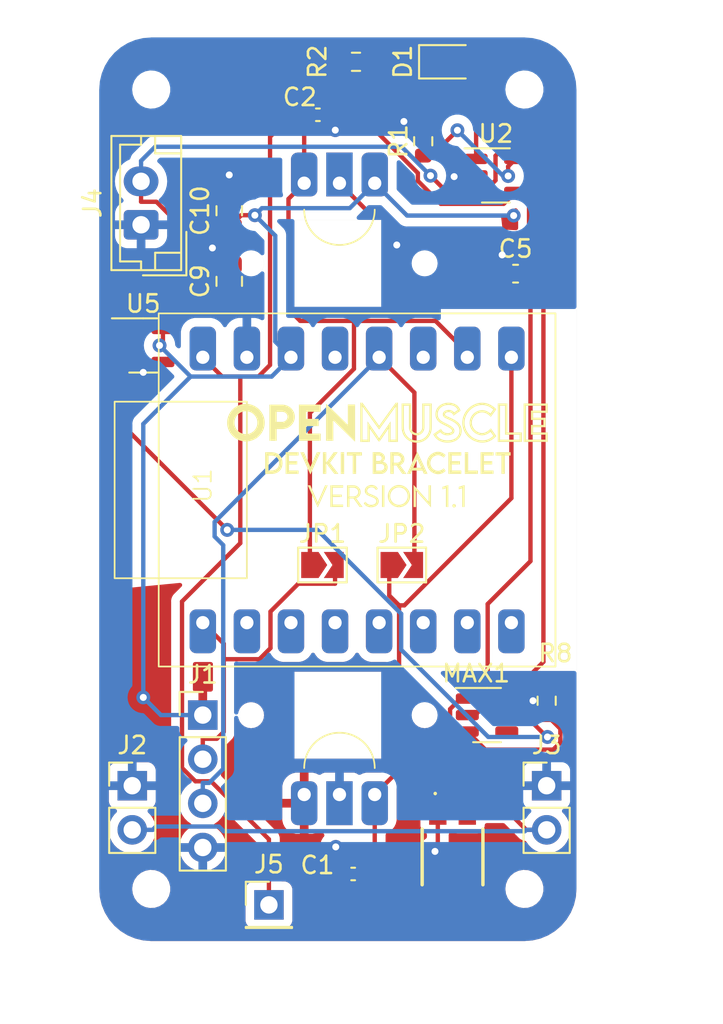
<source format=kicad_pcb>
(kicad_pcb (version 20221018) (generator pcbnew)
  (layers (0 "F.Cu" signal) (31 "B.Cu" signal) (34 "B.Paste" user) (35 "F.Paste" user) (36 "B.SilkS" user "B.Silkscreen") (37 "F.SilkS" user "F.Silkscreen") (38 "B.Mask" user) (39 "F.Mask" user) (44 "Edge.Cuts" user))
  (net 0 "")
  (net 1 "+3V3")
  (net 2 "hall_1")
  (net 3 "hall_0")
  (net 5 "GND")
  (net 11 "+5V")
  (net 12 "ADC3")
  (net 13 "ADC2")
  (net 14 "SCL")
  (net 15 "SDA")
  (net 16 "Net-(D1-K)")
  (net 17 "+3V8")
  (net 18 "Net-(D1-A)")
  (net 19 "Net-(U2-PROG)")
  (net 20 "RMT-BTN")
  (net 21 "Net-(MAX1-CLEAR)")
  (net 23 "LDO_EN")
  (footprint "Connector_PinHeader_2.54mm:PinHeader_1x01_P2.54mm_Vertical" (layer "F.Cu") (at 218.694 141.478)
    (fp_text reference "J5")
    (fp_text value "Conn_01x01_Pin" hide)
  )
  (footprint "Resistor_SMD:R_0603_1608Metric" (layer "F.Cu") (at 223.711 92.964)
    (fp_text reference "R2")
    (fp_text value "150")
  )
  (footprint "OpenMuscleDevKit:Hall49E" (layer "F.Cu") (at 222.758 99.949 180)
    (fp_text reference "H1" hide)
    (fp_text value "A1369xUA-10" hide)
  )
  (footprint "Package_TO_SOT_SMD:SOT-23-5" (layer "F.Cu") (at 211.4495 109.286)
    (fp_text reference "U5")
    (fp_text value "TPS7A03")
  )
  (footprint "Jumper:SolderJumper-2_P1.3mm_Open_TrianglePad1.0x1.5mm" (layer "F.Cu") (at 221.779 121.92)
    (fp_text reference "JP1")
    (fp_text value "SolderJumper_2_Open" hide)
  )
  (footprint "Package_TO_SOT_SMD:TSOT-23-5" (layer "F.Cu") (at 231.7695 99.502)
    (fp_text reference "U2")
    (fp_text value "LTC4054ES5-4.2")
  )
  (footprint "Connector_PinHeader_2.54mm:PinHeader_1x02_P2.54mm_Vertical" (layer "F.Cu") (at 234.696 134.62)
    (fp_text reference "J3")
    (fp_text value "Conn_01x02_Pin" hide)
  )
  (footprint "Capacitor_SMD:C_0402_1005Metric" (layer "F.Cu") (at 223.548 139.7)
    (fp_text reference "C1")
    (fp_text value "100 nF")
  )
  (footprint "OpenMuscleDevKit:Hall49E" (layer "F.Cu") (at 222.758 135.128)
    (fp_text reference "H0" hide)
    (fp_text value "A1369xUA-10" hide)
  )
  (footprint "Capacitor_SMD:C_0402_1005Metric" (layer "F.Cu") (at 221.516 96.012 180)
    (fp_text reference "C2")
    (fp_text value "100 nF")
  )
  (footprint "Jumper:SolderJumper-2_P1.3mm_Open_TrianglePad1.0x1.5mm" (layer "F.Cu") (at 226.351 121.92)
    (fp_text reference "JP2")
    (fp_text value "SolderJumper_2_Open" hide)
  )
  (footprint "Capacitor_SMD:C_0805_2012Metric" (layer "F.Cu") (at 216.408 105.598 90)
    (fp_text reference "C9")
    (fp_text value "4.7uF")
  )
  (footprint "Connector_PinHeader_2.54mm:PinHeader_1x04_P2.54mm_Vertical" (layer "F.Cu") (at 214.884 130.556)
    (fp_text reference "J1")
    (fp_text value "Conn_01x04_Pin" hide)
  )
  (footprint "LED_SMD:LED_0805_2012Metric" (layer "F.Cu") (at 229.0295 92.964)
    (fp_text reference "D1")
    (fp_text value "LED GREEN" hide)
  )
  (footprint "Resistor_SMD:R_0603_1608Metric" (layer "F.Cu") (at 227.584 97.536 90)
    (fp_text reference "R1")
    (fp_text value "2.7k")
  )
  (footprint "OpenMuscleDevKit:ESP32-C3-Super Mini" (layer "F.Cu") (at 214.884 117.602 90)
    (fp_text reference "U1")
    (fp_text value "~" hide)
  )
  (footprint "Resistor_SMD:R_0603_1608Metric" (layer "F.Cu") (at 234.696 129.731 90)
    (fp_text reference "R8")
    (fp_text value "1K")
  )
  (footprint "Connector_JST:JST_EH_B2B-EH-A_1x02_P2.50mm_Vertical" (layer "F.Cu") (at 211.328 102.342 90)
    (fp_text reference "J4")
    (fp_text value "JST_02" hide)
  )
  (footprint "OpenMuscleDevKit:EVQP2P02M" (layer "F.Cu") (at 229.274 138.719)
    (fp_text reference "SW2" hide)
    (fp_text value "SW_Push" hide)
  )
  (footprint "Connector_PinHeader_2.54mm:PinHeader_1x02_P2.54mm_Vertical" (layer "F.Cu") (at 210.82 134.62)
    (fp_text reference "J2")
    (fp_text value "Conn_01x02_Pin" hide)
  )
  (footprint "Capacitor_SMD:C_0603_1608Metric" (layer "F.Cu") (at 232.905 105.156)
    (fp_text reference "C5")
    (fp_text value "2.2 uF")
  )
  (footprint "Package_TO_SOT_SMD:SOT-23-6" (layer "F.Cu") (at 231.2615 130.556)
    (fp_text reference "MAX1")
    (fp_text value "~")
  )
  (footprint "Capacitor_SMD:C_0805_2012Metric" (layer "F.Cu") (at 216.408 101.534 90)
    (fp_text reference "C10")
    (fp_text value "4.7uF")
  )
  (gr_poly (pts (xy 225.03498 115.427467) (xy 225.054563 115.428808) (xy 225.073708 115.43101) (xy 225.092401 115.434045) (xy 225.110628 115.437888) (xy 225.128375 115.442511) (xy 225.145628 115.447887) (xy 225.162374 115.45399) (xy 225.178598 115.460792) (xy 225.194287 115.468267) (xy 225.209428 115.476388) (xy 225.224006 115.485127) (xy 225.238007 115.494459) (xy 225.251418 115.504356) (xy 225.264224 115.514791) (xy 225.276413 115.525737) (xy 225.28797 115.537168) (xy 225.298882 115.549057) (xy 225.309134 115.561376) (xy 225.318713 115.574099) (xy 225.327605 115.587199) (xy 225.335796 115.600649) (xy 225.343273 115.614422) (xy 225.350021 115.628491) (xy 225.356027 115.64283) (xy 225.361277 115.657411) (xy 225.365757 115.672207) (xy 225.369454 115.687193) (xy 225.372353 115.70234) (xy 225.374441 115.717622) (xy 225.375704 115.733012) (xy 225.376128 115.748483) (xy 225.375857 115.761001) (xy 225.375062 115.773246) (xy 225.373768 115.785212) (xy 225.372002 115.796889) (xy 225.369789 115.80827) (xy 225.367155 115.819346) (xy 225.364126 115.830109) (xy 225.360728 115.84055) (xy 225.356988 115.850663) (xy 225.35293 115.860437) (xy 225.348581 115.869866) (xy 225.343967 115.878941) (xy 225.339114 115.887653) (xy 225.334047 115.895995) (xy 225.328793 115.903957) (xy 225.323377 115.911533) (xy 225.317825 115.918713) (xy 225.312164 115.92549) (xy 225.306419 115.931855) (xy 225.300616 115.9378) (xy 225.294781 115.943317) (xy 225.28894 115.948397) (xy 225.283119 115.953033) (xy 225.277344 115.957215) (xy 225.27164 115.960936) (xy 225.266034 115.964188) (xy 225.260552 115.966962) (xy 225.255219 115.96925) (xy 225.250061 115.971045) (xy 225.245105 115.972336) (xy 225.240376 115.973117) (xy 225.2359 115.973379) (xy 225.234575 115.973379) (xy 225.24777 115.973761) (xy 225.261042 115.974897) (xy 225.274357 115.976774) (xy 225.287683 115.979381) (xy 225.300988 115.982704) (xy 225.314239 115.98673) (xy 225.327404 115.991446) (xy 225.34045 115.99684) (xy 225.353345 116.002899) (xy 225.366057 116.009609) (xy 225.378552 116.016958) (xy 225.390799 116.024934) (xy 225.402764 116.033523) (xy 225.414417 116.042712) (xy 225.425723 116.052489) (xy 225.436651 116.062841) (xy 225.447168 116.073755) (xy 225.457242 116.085218) (xy 225.46684 116.097217) (xy 225.47593 116.10974) (xy 225.48448 116.122773) (xy 225.492456 116.136305) (xy 225.499827 116.150321) (xy 225.506559 116.164809) (xy 225.512621 116.179757) (xy 225.51798 116.195151) (xy 225.522604 116.210978) (xy 225.52646 116.227226) (xy 225.529515 116.243883) (xy 225.531738 116.260934) (xy 225.533095 116.278368) (xy 225.533555 116.296171) (xy 225.533134 116.31414) (xy 225.531875 116.332061) (xy 225.529785 116.349897) (xy 225.526873 116.367616) (xy 225.523145 116.385182) (xy 225.518608 116.402562) (xy 225.51327 116.419722) (xy 225.507138 116.436627) (xy 225.500219 116.453244) (xy 225.49252 116.469537) (xy 225.48405 116.485473) (xy 225.474814 116.501019) (xy 225.464821 116.516139) (xy 225.454077 116.530799) (xy 225.44259 116.544966) (xy 225.430367 116.558604) (xy 225.417416 116.571681) (xy 225.403743 116.584162) (xy 225.389356 116.596012) (xy 225.374262 116.607198) (xy 225.358469 116.617686) (xy 225.341983 116.62744) (xy 225.324812 116.636428) (xy 225.306964 116.644615) (xy 225.288445 116.651966) (xy 225.269263 116.658448) (xy 225.249424 116.664027) (xy 225.228938 116.668668) (xy 225.207809 116.672337) (xy 225.186047 116.675) (xy 225.163658 116.676623) (xy 225.140649 116.677171) (xy 224.673659 116.677171) (xy 224.673659 116.104348) (xy 224.869452 116.104348) (xy 224.869452 116.486672) (xy 225.123452 116.486672) (xy 225.123452 116.487994) (xy 225.133975 116.487756) (xy 225.144449 116.487044) (xy 225.154855 116.485868) (xy 225.165173 116.484235) (xy 225.175386 116.482154) (xy 225.185475 116.479632) (xy 225.19542 116.476677) (xy 225.205204 116.473298) (xy 225.214808 116.469502) (xy 225.224213 116.465297) (xy 225.233401 116.460692) (xy 225.242352 116.455694) (xy 225.251049 116.450312) (xy 225.259472 116.444552) (xy 225.267602 116.438424) (xy 225.275422 116.431936) (xy 225.282913 116.425095) (xy 225.290056 116.417909) (xy 225.296831 116.410386) (xy 225.303222 116.402534) (xy 225.309208 116.394362) (xy 225.314772 116.385877) (xy 225.319894 116.377088) (xy 225.324556 116.368002) (xy 225.32874 116.358627) (xy 225.332426 116.348971) (xy 225.335597 116.339042) (xy 225.338232 116.328849) (xy 225.340315 116.318399) (xy 225.341826 116.3077) (xy 225.342746 116.29676) (xy 225.343056 116.285588) (xy 225.342821 116.276687) (xy 225.342116 116.267856) (xy 225.340945 116.259106) (xy 225.339312 116.250453) (xy 225.337222 116.24191) (xy 225.334676 116.233492) (xy 225.33168 116.225213) (xy 225.328236 116.217086) (xy 225.324348 116.209125) (xy 225.32002 116.201346) (xy 225.315256 116.193761) (xy 225.310058 116.186385) (xy 225.304432 116.179232) (xy 225.29838 116.172315) (xy 225.291906 116.16565) (xy 225.285013 116.15925) (xy 225.277706 116.153128) (xy 225.269988 116.1473) (xy 225.261863 116.141779) (xy 225.253333 116.136579) (xy 225.244404 116.131715) (xy 225.235078 116.127199) (xy 225.225359 116.123047) (xy 225.21525 116.119273) (xy 225.204756 116.11589) (xy 225.19388 116.112912) (xy 225.182626 116.110354) (xy 225.170997 116.108229) (xy 225.158997 116.106553) (xy 225.146629 116.105337) (xy 225.133898 116.104598) (xy 225.120806 116.104348) (xy 224.869452 116.104348) (xy 224.673659 116.104348) (xy 224.673659 115.618838) (xy 224.869453 115.618838) (xy 224.869453 115.929724) (xy 225.024234 115.929724) (xy 225.033212 115.929651) (xy 225.042035 115.929192) (xy 225.050694 115.928353) (xy 225.05918 115.927142) (xy 225.067485 115.925569) (xy 225.0756 115.92364) (xy 225.083517 115.921363) (xy 225.091227 115.918748) (xy 225.098722 115.915801) (xy 225.105994 115.91253) (xy 225.113033 115.908944) (xy 225.119832 115.905051) (xy 225.126382 115.900858) (xy 225.132675 115.896374) (xy 225.138702 115.891607) (xy 225.144454 115.886564) (xy 225.149923 115.881253) (xy 225.155101 115.875684) (xy 225.159979 115.869862) (xy 225.164548 115.863798) (xy 225.168801 115.857498) (xy 225.172728 115.85097) (xy 225.176322 115.844223) (xy 225.179573 115.837264) (xy 225.182474 115.830102) (xy 225.185015 115.822745) (xy 225.187189 115.8152) (xy 225.188986 115.807476) (xy 225.190399 115.79958) (xy 225.191418 115.79152) (xy 225.192036 115.783305) (xy 225.192244 115.774943) (xy 225.192021 115.76658) (xy 225.191361 115.758365) (xy 225.190275 115.750305) (xy 225.188774 115.742407) (xy 225.186872 115.73468) (xy 225.184579 115.727131) (xy 225.181908 115.719769) (xy 225.17887 115.7126) (xy 225.175478 115.705633) (xy 225.171743 115.698875) (xy 225.167677 115.692334) (xy 225.163292 115.686018) (xy 225.1586 115.679934) (xy 225.153613 115.674091) (xy 225.148342 115.668495) (xy 225.1428 115.663156) (xy 225.136998 115.65808) (xy 225.130948 115.653275) (xy 225.124663 115.64875) (xy 225.118153 115.644511) (xy 225.111431 115.640567) (xy 225.104509 115.636925) (xy 225.097398 115.633593) (xy 225.09011 115.630579) (xy 225.082658 115.627891) (xy 225.075054 115.625535) (xy 225.067308 115.623521) (xy 225.059433 115.621856) (xy 225.05144 115.620547) (xy 225.043343 115.619603) (xy 225.035152 115.619031) (xy 225.026879 115.618838) (xy 224.869453 115.618838) (xy 224.673659 115.618838) (xy 224.673659 115.427015) (xy 225.014971 115.427015)) (fill solid) (layer "F.SilkS"))
  (gr_poly (pts (xy 222.968421 117.472244) (xy 222.375754 117.472244) (xy 222.375754 117.867796) (xy 222.889045 117.867796) (xy 222.889045 118.008025) (xy 222.375754 118.008025) (xy 222.375754 118.441942) (xy 222.968421 118.441942) (xy 222.968421 118.582172) (xy 222.234202 118.582172) (xy 222.234202 117.333338) (xy 222.968421 117.333338)) (fill solid) (layer "F.SilkS"))
  (gr_poly (pts (xy 222.000046 116.026296) (xy 222.429993 115.428338) (xy 222.657535 115.428338) (xy 222.214358 116.040849) (xy 222.701191 116.677172) (xy 222.461743 116.677172) (xy 222.000046 116.072598) (xy 222.000046 116.677172) (xy 221.804254 116.677172) (xy 221.804254 115.428338) (xy 222.000046 115.428338)) (fill solid) (layer "F.SilkS"))
  (gr_poly (pts (xy 229.072806 112.58054) (xy 229.103167 112.581857) (xy 229.133001 112.584043) (xy 229.162297 112.587091) (xy 229.191044 112.590993) (xy 229.21923 112.595743) (xy 229.246844 112.601333) (xy 229.273874 112.607756) (xy 229.30031 112.615004) (xy 229.326139 112.623071) (xy 229.35135 112.631949) (xy 229.375933 112.64163) (xy 229.399875 112.652108) (xy 229.423165 112.663375) (xy 229.445792 112.675424) (xy 229.467744 112.688247) (xy 229.48901 112.701838) (xy 229.509579 112.716189) (xy 229.529439 112.731293) (xy 229.548579 112.747143) (xy 229.566987 112.763731) (xy 229.584652 112.78105) (xy 229.601563 112.799092) (xy 229.617709 112.817852) (xy 229.633077 112.83732) (xy 229.647657 112.857491) (xy 229.661437 112.878356) (xy 229.674405 112.899909) (xy 229.686551 112.922141) (xy 229.697863 112.945047) (xy 229.70833 112.968619) (xy 229.71794 112.992849) (xy 229.736461 113.040474) (xy 229.322388 113.32887) (xy 229.287992 113.260078) (xy 229.281981 113.248742) (xy 229.275624 113.23804) (xy 229.268944 113.227953) (xy 229.261968 113.218463) (xy 229.254721 113.209552) (xy 229.247227 113.201203) (xy 229.239513 113.193398) (xy 229.231603 113.186118) (xy 229.223523 113.179346) (xy 229.215297 113.173064) (xy 229.206951 113.167254) (xy 229.19851 113.161898) (xy 229.189999 113.156977) (xy 229.181443 113.152475) (xy 229.1643 113.144653) (xy 229.14728 113.138289) (xy 229.130586 113.133238) (xy 229.114419 113.129358) (xy 229.098981 113.126505) (xy 229.084473 113.124535) (xy 229.071096 113.123306) (xy 229.059053 113.122673) (xy 229.048545 113.122495) (xy 229.036779 113.12269) (xy 229.025298 113.123268) (xy 229.014108 113.124215) (xy 229.003214 113.125518) (xy 228.992623 113.127164) (xy 228.982339 113.129139) (xy 228.97237 113.131432) (xy 228.962721 113.134029) (xy 228.953397 113.136916) (xy 228.944404 113.140081) (xy 228.935749 113.14351) (xy 228.927436 113.147191) (xy 228.919472 113.15111) (xy 228.911863 113.155254) (xy 228.904615 113.159611) (xy 228.897733 113.164167) (xy 228.891222 113.168908) (xy 228.88509 113.173823) (xy 228.879341 113.178898) (xy 228.873982 113.184119) (xy 228.869018 113.189474) (xy 228.864456 113.19495) (xy 228.8603 113.200533) (xy 228.856557 113.206211) (xy 228.853233 113.21197) (xy 228.850333 113.217797) (xy 228.847863 113.22368) (xy 228.845829 113.229605) (xy 228.844237 113.235558) (xy 228.843093 113.241528) (xy 228.842402 113.247501) (xy 228.84217 113.253464) (xy 228.842407 113.258744) (xy 228.843115 113.263924) (xy 228.844293 113.269015) (xy 228.84594 113.274023) (xy 228.850638 113.283831) (xy 228.857198 113.29342) (xy 228.865611 113.302861) (xy 228.875866 113.312227) (xy 228.887955 113.32159) (xy 228.901867 113.33102) (xy 228.917593 113.340589) (xy 228.935123 113.35037) (xy 228.954448 113.360433) (xy 228.975557 113.370852) (xy 229.023092 113.393039) (xy 229.077649 113.417505) (xy 229.137181 113.443798) (xy 229.168434 113.457875) (xy 229.184433 113.465308) (xy 229.20068 113.473068) (xy 229.258876 113.501134) (xy 229.316126 113.530413) (xy 229.372042 113.561126) (xy 229.426238 113.593494) (xy 229.478325 113.627738) (xy 229.527916 113.664079) (xy 229.574624 113.702738) (xy 229.618061 113.743935) (xy 229.638431 113.765554) (xy 229.657838 113.787891) (xy 229.676234 113.810974) (xy 229.69357 113.834829) (xy 229.709798 113.859484) (xy 229.724868 113.884967) (xy 229.738733 113.911306) (xy 229.751344 113.938528) (xy 229.762653 113.96666) (xy 229.772612 113.995731) (xy 229.781171 114.025769) (xy 229.788283 114.056799) (xy 229.793898 114.088851) (xy 229.797969 114.121952) (xy 229.800448 114.15613) (xy 229.801285 114.191411) (xy 229.800325 114.229583) (xy 229.797465 114.266938) (xy 229.792736 114.303451) (xy 229.786169 114.339095) (xy 229.777794 114.373845) (xy 229.767641 114.407674) (xy 229.755742 114.440558) (xy 229.742125 114.472469) (xy 229.726823 114.503382) (xy 229.709866 114.533272) (xy 229.691283 114.562112) (xy 229.671107 114.589875) (xy 229.649366 114.616538) (xy 229.626092 114.642072) (xy 229.601315 114.666453) (xy 229.575066 114.689655) (xy 229.547375 114.711651) (xy 229.518273 114.732416) (xy 229.48779 114.751924) (xy 229.455957 114.770149) (xy 229.422804 114.787064) (xy 229.388362 114.802645) (xy 229.352662 114.816865) (xy 229.315733 114.829698) (xy 229.277607 114.841118) (xy 229.238313 114.8511) (xy 229.197883 114.859617) (xy 229.156347 114.866644) (xy 229.113736 114.872154) (xy 229.070079 114.876123) (xy 228.979753 114.879328) (xy 228.945911 114.878887) (xy 228.912602 114.877565) (xy 228.879831 114.875366) (xy 228.847604 114.872292) (xy 228.815926 114.868348) (xy 228.784803 114.863535) (xy 228.754241 114.857858) (xy 228.724244 114.851319) (xy 228.69482 114.843922) (xy 228.665972 114.83567) (xy 228.637708 114.826565) (xy 228.610032 114.816611) (xy 228.582949 114.805811) (xy 228.556467 114.794169) (xy 228.530589 114.781687) (xy 228.505322 114.768368) (xy 228.480672 114.754217) (xy 228.456643 114.739235) (xy 228.433241 114.723426) (xy 228.410473 114.706793) (xy 228.388343 114.68934) (xy 228.366857 114.671069) (xy 228.346021 114.651984) (xy 228.32584 114.632087) (xy 228.306319 114.611383) (xy 228.287466 114.589873) (xy 228.269284 114.567562) (xy 228.25178 114.544452) (xy 228.234958 114.520546) (xy 228.218826 114.495848) (xy 228.203387 114.470361) (xy 228.188649 114.444088) (xy 228.18295 114.433504) (xy 228.336814 114.433504) (xy 228.362885 114.47105) (xy 228.390976 114.506286) (xy 228.421059 114.539196) (xy 228.453107 114.569765) (xy 228.487092 114.597978) (xy 228.522989 114.623818) (xy 228.560769 114.647272) (xy 228.600405 114.668322) (xy 228.641871 114.686954) (xy 228.685139 114.703152) (xy 228.730182 114.716901) (xy 228.776973 114.728184) (xy 228.825485 114.736987) (xy 228.875691 114.743294) (xy 228.927563 114.74709) (xy 228.981075 114.748359) (xy 229.019832 114.747722) (xy 229.057707 114.745825) (xy 229.094675 114.742685) (xy 229.130714 114.73832) (xy 229.165802 114.73275) (xy 229.199916 114.725991) (xy 229.233033 114.718062) (xy 229.26513 114.708981) (xy 229.296184 114.698767) (xy 229.326173 114.687437) (xy 229.355074 114.67501) (xy 229.382864 114.661503) (xy 229.409521 114.646936) (xy 229.435021 114.631326) (xy 229.459341 114.614691) (xy 229.48246 114.59705) (xy 229.504354 114.57842) (xy 229.525001 114.558821) (xy 229.544377 114.538269) (xy 229.562461 114.516784) (xy 229.579228 114.494382) (xy 229.594657 114.471084) (xy 229.608724 114.446906) (xy 229.621408 114.421867) (xy 229.632684 114.395985) (xy 229.642531 114.369278) (xy 229.650926 114.341765) (xy 229.657845 114.313463) (xy 229.663266 114.28439) (xy 229.667167 114.254566) (xy 229.669524 114.224008) (xy 229.670315 114.192734) (xy 229.668573 114.146108) (xy 229.663268 114.101383) (xy 229.654278 114.058413) (xy 229.641479 114.017054) (xy 229.633614 113.996933) (xy 229.62475 113.977161) (xy 229.614874 113.957718) (xy 229.60397 113.938586) (xy 229.579015 113.901187) (xy 229.549764 113.864816) (xy 229.516094 113.829328) (xy 229.477884 113.79458) (xy 229.435012 113.760424) (xy 229.387355 113.726715) (xy 229.334791 113.69331) (xy 229.277199 113.660061) (xy 229.214456 113.626823) (xy 229.146439 113.593452) (xy 229.083766 113.564844) (xy 229.054351 113.551595) (xy 229.026053 113.539213) (xy 228.960109 113.509845) (xy 228.929205 113.495582) (xy 228.899839 113.481377) (xy 228.872132 113.467063) (xy 228.846204 113.452474) (xy 228.822175 113.437443) (xy 228.810911 113.42971) (xy 228.800166 113.421804) (xy 228.789956 113.413704) (xy 228.780295 113.405389) (xy 228.7712 113.39684) (xy 228.762685 113.388033) (xy 228.754764 113.37895) (xy 228.747454 113.369569) (xy 228.740768 113.359868) (xy 228.734723 113.349829) (xy 228.729332 113.339429) (xy 228.724611 113.328647) (xy 228.720576 113.317464) (xy 228.71724 113.305857) (xy 228.71462 113.293807) (xy 228.71273 113.281292) (xy 228.711585 113.268292) (xy 228.711199 113.254785) (xy 228.71163 113.241111) (xy 228.71291 113.22763) (xy 228.715019 113.214359) (xy 228.717938 113.201313) (xy 228.721648 113.188509) (xy 228.726129 113.175962) (xy 228.731362 113.163687) (xy 228.737327 113.151701) (xy 228.744006 113.14002) (xy 228.751378 113.128658) (xy 228.759425 113.117632) (xy 228.768126 113.106957) (xy 228.777464 113.09665) (xy 228.787417 113.086726) (xy 228.797967 113.0772) (xy 228.809095 113.068089) (xy 228.833006 113.051173) (xy 228.858994 113.036104) (xy 228.886905 113.023007) (xy 228.916582 113.01201) (xy 228.947873 113.003237) (xy 228.98062 112.996814) (xy 229.01467 112.992868) (xy 229.049866 112.991525) (xy 229.074216 112.992157) (xy 229.098127 112.994036) (xy 229.121565 112.997141) (xy 229.144496 113.001447) (xy 229.166884 113.006931) (xy 229.188695 113.01357) (xy 229.209893 113.021341) (xy 229.230444 113.03022) (xy 229.250313 113.040185) (xy 229.269465 113.051211) (xy 229.287865 113.063276) (xy 229.305479 113.076357) (xy 229.32227 113.09043) (xy 229.338205 113.105472) (xy 229.353249 113.121459) (xy 229.367367 113.138369) (xy 229.575064 112.992848) (xy 229.563492 112.970627) (xy 229.551128 112.949585) (xy 229.53802 112.929689) (xy 229.524215 112.91091) (xy 229.509759 112.893216) (xy 229.494698 112.876576) (xy 229.479078 112.86096) (xy 229.462948 112.846335) (xy 229.446352 112.832672) (xy 229.429337 112.819939) (xy 229.411951 112.808105) (xy 229.394239 112.797139) (xy 229.358024 112.777688) (xy 229.321065 112.761338) (xy 229.283734 112.74784) (xy 229.246403 112.736946) (xy 229.209444 112.728409) (xy 229.173229 112.721981) (xy 229.13813 112.717413) (xy 229.10452 112.714457) (xy 229.072769 112.712865) (xy 229.043252 112.71239) (xy 229.009693 112.713041) (xy 228.976752 112.714976) (xy 228.94446 112.71817) (xy 228.912844 112.722598) (xy 228.881935 112.728235) (xy 228.851761 112.735054) (xy 228.822352 112.743031) (xy 228.793738 112.752139) (xy 228.765947 112.762354) (xy 228.739009 112.773651) (xy 228.712953 112.786002) (xy 228.687809 112.799384) (xy 228.663606 112.813771) (xy 228.640372 112.829137) (xy 228.618138 112.845458) (xy 228.596933 112.862706) (xy 228.576786 112.880858) (xy 228.557727 112.899887) (xy 228.539784 112.919768) (xy 228.522987 112.940477) (xy 228.507366 112.961986) (xy 228.492949 112.984271) (xy 228.479766 113.007307) (xy 228.467846 113.031068) (xy 228.457219 113.055528) (xy 228.447913 113.080663) (xy 228.439959 113.106446) (xy 228.433385 113.132853) (xy 228.428222 113.159857) (xy 228.424497 113.187434) (xy 228.42224 113.215557) (xy 228.421482 113.244202) (xy 228.422119 113.270962) (xy 228.424005 113.296695) (xy 228.427103 113.321434) (xy 228.431375 113.345214) (xy 228.436784 113.36807) (xy 228.443292 113.390037) (xy 228.450861 113.411147) (xy 228.459454 113.431437) (xy 228.469033 113.450939) (xy 228.479561 113.469689) (xy 228.491001 113.487722) (xy 228.503314 113.50507) (xy 228.516464 113.52177) (xy 228.530412 113.537854) (xy 228.560554 113.568317) (xy 228.593439 113.596733) (xy 228.628769 113.623378) (xy 228.666242 113.648527) (xy 228.705558 113.672455) (xy 228.746416 113.695438) (xy 228.788516 113.71775) (xy 228.875242 113.761463) (xy 228.891118 113.7694) (xy 228.89244 113.769399) (xy 228.9826 113.814358) (xy 229.027019 113.837209) (xy 229.070496 113.860433) (xy 229.112656 113.884121) (xy 229.153122 113.908368) (xy 229.191518 113.933266) (xy 229.227468 113.958908) (xy 229.244409 113.972037) (xy 229.260597 113.985387) (xy 229.275986 113.998969) (xy 229.290529 114.012796) (xy 229.304178 114.026878) (xy 229.316887 114.041228) (xy 229.328609 114.055857) (xy 229.339296 114.070777) (xy 229.348902 114.085999) (xy 229.357379 114.101534) (xy 229.364682 114.117396) (xy 229.370762 114.133594) (xy 229.375572 114.150142) (xy 229.379067 114.16705) (xy 229.381198 114.18433) (xy 229.381919 114.201993) (xy 229.381445 114.216119) (xy 229.380035 114.229962) (xy 229.377706 114.243512) (xy 229.374475 114.256758) (xy 229.370359 114.269689) (xy 229.365376 114.282294) (xy 229.359543 114.294562) (xy 229.352876 114.306483) (xy 229.345394 114.318046) (xy 229.337113 114.329239) (xy 229.328051 114.340051) (xy 229.318225 114.350473) (xy 229.307651 114.360492) (xy 229.296348 114.370099) (xy 229.27162 114.388029) (xy 229.244179 114.404176) (xy 229.214163 114.418453) (xy 229.18171 114.430773) (xy 229.146956 114.441049) (xy 229.110039 114.449193) (xy 229.071097 114.455118) (xy 229.030268 114.458736) (xy 228.987689 114.459962) (xy 228.954201 114.459248) (xy 228.9217 114.457099) (xy 228.89018 114.453509) (xy 228.859634 114.448469) (xy 228.830058 114.441972) (xy 228.801444 114.43401) (xy 228.773788 114.424576) (xy 228.747083 114.41366) (xy 228.721324 114.401257) (xy 228.696505 114.387357) (xy 228.67262 114.371954) (xy 228.649663 114.355039) (xy 228.627628 114.336604) (xy 228.60651 114.316643) (xy 228.586303 114.295147) (xy 228.567001 114.272108) (xy 228.336814 114.433504) (xy 228.18295 114.433504) (xy 228.160868 114.392494) (xy 228.601399 114.082932) (xy 228.638441 114.142463) (xy 228.653452 114.16524) (xy 228.669235 114.186448) (xy 228.685816 114.206102) (xy 228.703222 114.224216) (xy 228.721481 114.240802) (xy 228.74062 114.255875) (xy 228.760666 114.269448) (xy 228.781646 114.281535) (xy 228.803587 114.292149) (xy 228.826517 114.301304) (xy 228.850462 114.309013) (xy 228.875449 114.31529) (xy 228.901507 114.320148) (xy 228.928661 114.323602) (xy 228.956939 114.325664) (xy 228.986368 114.326349) (xy 228.985044 114.327672) (xy 228.998948 114.327514) (xy 229.012621 114.327045) (xy 229.02605 114.326272) (xy 229.039219 114.325202) (xy 229.052117 114.323841) (xy 229.064729 114.322195) (xy 229.07704 114.320273) (xy 229.089038 114.318081) (xy 229.100709 114.315625) (xy 229.112038 114.312912) (xy 229.123012 114.309949) (xy 229.133617 114.306743) (xy 229.143839 114.3033) (xy 229.153665 114.299628) (xy 229.163081 114.295733) (xy 229.172072 114.291622) (xy 229.180626 114.287302) (xy 229.188727 114.282779) (xy 229.196363 114.278061) (xy 229.20352 114.273153) (xy 229.210183 114.268064) (xy 229.21634 114.262799) (xy 229.221975 114.257365) (xy 229.227077 114.25177) (xy 229.231629 114.246019) (xy 229.23562 114.24012) (xy 229.239034 114.23408) (xy 229.241859 114.227905) (xy 229.24408 114.221603) (xy 229.245683 114.215179) (xy 229.246655 114.20864) (xy 229.246982 114.201995) (xy 229.24629 114.191795) (xy 229.24425 114.181541) (xy 229.240918 114.171241) (xy 229.23635 114.160902) (xy 229.2306 114.150531) (xy 229.223725 114.140138) (xy 229.206819 114.119312) (xy 229.186077 114.098487) (xy 229.161941 114.077723) (xy 229.134856 114.057084) (xy 229.105265 114.03663) (xy 229.073612 114.016425) (xy 229.040341 113.996529) (xy 228.97072 113.957917) (xy 228.899952 113.921288) (xy 228.831587 113.887141) (xy 228.815712 113.879203) (xy 228.725423 113.834283) (xy 228.679557 113.810361) (xy 228.633893 113.785007) (xy 228.588943 113.757878) (xy 228.545217 113.728631) (xy 228.503227 113.696923) (xy 228.463485 113.66241) (xy 228.444617 113.643995) (xy 228.426503 113.624751) (xy 228.409207 113.604633) (xy 228.392792 113.583601) (xy 228.377323 113.56161) (xy 228.362864 113.538618) (xy 228.349478 113.514582) (xy 228.337229 113.489459) (xy 228.326183 113.463207) (xy 228.316401 113.435781) (xy 228.307949 113.407141) (xy 228.300891 113.377241) (xy 228.295289 113.346041) (xy 228.291209 113.313496) (xy 228.288714 113.279564) (xy 228.287868 113.244203) (xy 228.288792 113.208427) (xy 228.29154 113.173304) (xy 228.296076 113.138864) (xy 228.302363 113.105139) (xy 228.310366 113.072161) (xy 228.320046 113.039962) (xy 228.33137 113.008574) (xy 228.344299 112.978028) (xy 228.358798 112.948356) (xy 228.37483 112.919589) (xy 228.392359 112.89176) (xy 228.411349 112.864901) (xy 228.431763 112.839042) (xy 228.453565 112.814215) (xy 228.476719 112.790453) (xy 228.501188 112.767788) (xy 228.526936 112.74625) (xy 228.553927 112.725871) (xy 228.582124 112.706684) (xy 228.611491 112.68872) (xy 228.641992 112.672011) (xy 228.67359 112.656588) (xy 228.706249 112.642484) (xy 228.739933 112.629729) (xy 228.774605 112.618356) (xy 228.810229 112.608397) (xy 228.846769 112.599882) (xy 228.884188 112.592845) (xy 228.92245 112.587316) (xy 228.961518 112.583328) (xy 229.001357 112.580911) (xy 229.04193 112.580099)) (fill solid) (layer "F.SilkS"))
  (gr_poly (pts (xy 220.400639 115.621484) (xy 219.851629 115.621484) (xy 219.851629 115.94163) (xy 220.325233 115.94163) (xy 220.325233 116.136099) (xy 219.851629 116.136099) (xy 219.851629 116.482703) (xy 220.400639 116.482703) (xy 220.400639 116.677172) (xy 219.655837 116.677172) (xy 219.655837 115.428338) (xy 220.400639 115.428338)) (fill solid) (layer "F.SilkS"))
  (gr_poly (pts (xy 223.239619 113.851422) (xy 223.239619 112.684609) (xy 223.658983 112.684609) (xy 223.658983 114.811859) (xy 223.640463 114.811859) (xy 222.403535 113.609328) (xy 222.403535 114.774817) (xy 221.985493 114.774817) (xy 221.985493 112.651536) (xy 222.005337 112.651536)) (fill solid) (layer "F.SilkS"))
  (gr_poly (pts (xy 223.029275 116.678494) (xy 222.833482 116.678494) (xy 222.833482 115.428338) (xy 223.029275 115.428338)) (fill solid) (layer "F.SilkS"))
  (gr_poly (pts (xy 230.175669 116.482703) (xy 230.733941 116.482703) (xy 230.733941 116.677172) (xy 229.979878 116.677172) (xy 229.979878 115.428338) (xy 230.175669 115.428338)) (fill solid) (layer "F.SilkS"))
  (gr_poly (pts (xy 225.347024 118.582172) (xy 225.205472 118.582172) (xy 225.205472 117.333338) (xy 225.347024 117.333338)) (fill solid) (layer "F.SilkS"))
  (gr_poly (pts (xy 229.031347 118.582172) (xy 228.891118 118.582172) (xy 228.891118 117.50664) (xy 228.694003 117.566172) (xy 228.694003 117.419328) (xy 228.990336 117.325401) (xy 229.031347 117.325401)) (fill solid) (layer "F.SilkS"))
  (gr_poly (pts (xy 227.835431 116.677172) (xy 227.622441 116.677172) (xy 227.537775 116.486672) (xy 226.946431 116.486672) (xy 226.861764 116.677172) (xy 226.648774 116.677172) (xy 226.813288 116.319984) (xy 227.021837 116.319984) (xy 227.461046 116.319984) (xy 227.241441 115.831828) (xy 227.021837 116.319984) (xy 226.813288 116.319984) (xy 227.23615 115.40188) (xy 227.248055 115.40188)) (fill solid) (layer "F.SilkS"))
  (gr_poly (pts (xy 224.053212 115.622807) (xy 223.718514 115.622807) (xy 223.718514 116.677172) (xy 223.521399 116.677172) (xy 223.521399 115.622807) (xy 223.186702 115.622807) (xy 223.186702 115.428338) (xy 224.053212 115.428338)) (fill solid) (layer "F.SilkS"))
  (gr_poly (pts (xy 226.892192 114.002234) (xy 226.892599 114.019001) (xy 226.893809 114.035553) (xy 226.895802 114.05187) (xy 226.898558 114.06793) (xy 226.902059 114.083713) (xy 226.906284 114.099199) (xy 226.911214 114.114365) (xy 226.916831 114.129192) (xy 226.923114 114.143659) (xy 226.930044 114.157744) (xy 226.937603 114.171427) (xy 226.945769 114.184688) (xy 226.954525 114.197504) (xy 226.963851 114.209856) (xy 226.973727 114.221722) (xy 226.984134 114.233083) (xy 226.995052 114.243916) (xy 227.006463 114.254201) (xy 227.018347 114.263917) (xy 227.030684 114.273044) (xy 227.043455 114.28156) (xy 227.056641 114.289445) (xy 227.070222 114.296678) (xy 227.084179 114.303239) (xy 227.098493 114.309105) (xy 227.113144 114.314257) (xy 227.128113 114.318673) (xy 227.14338 114.322333) (xy 227.158926 114.325216) (xy 227.174732 114.327301) (xy 227.190778 114.328567) (xy 227.207045 114.328994) (xy 227.22332 114.328567) (xy 227.239388 114.327301) (xy 227.25523 114.325216) (xy 227.270824 114.322333) (xy 227.286152 114.318673) (xy 227.301191 114.314257) (xy 227.315922 114.309105) (xy 227.330325 114.303239) (xy 227.344379 114.296678) (xy 227.358063 114.289445) (xy 227.371359 114.28156) (xy 227.384244 114.273044) (xy 227.396699 114.263917) (xy 227.408704 114.254201) (xy 227.420237 114.243916) (xy 227.43128 114.233083) (xy 227.441811 114.221722) (xy 227.45181 114.209856) (xy 227.461256 114.197504) (xy 227.47013 114.184688) (xy 227.478411 114.171427) (xy 227.486079 114.157744) (xy 227.493113 114.143659) (xy 227.499493 114.129192) (xy 227.505198 114.114365) (xy 227.510209 114.099199) (xy 227.514505 114.083713) (xy 227.518065 114.06793) (xy 227.52087 114.05187) (xy 227.522898 114.035553) (xy 227.52413 114.019001) (xy 227.524545 114.002234) (xy 227.524545 112.625078) (xy 228.077525 112.625078) (xy 228.077525 114.003557) (xy 228.076417 114.049499) (xy 228.073127 114.094769) (xy 228.067705 114.139316) (xy 228.0602 114.183089) (xy 228.050664 114.226034) (xy 228.039146 114.268102) (xy 228.025697 114.30924) (xy 228.010366 114.349396) (xy 227.993204 114.38852) (xy 227.974261 114.426559) (xy 227.953587 114.463462) (xy 227.931232 114.499178) (xy 227.907246 114.533654) (xy 227.881679 114.566839) (xy 227.854583 114.598682) (xy 227.826005 114.629131) (xy 227.795998 114.658134) (xy 227.764611 114.68564) (xy 227.731894 114.711597) (xy 227.697897 114.735954) (xy 227.662671 114.758658) (xy 227.626265 114.779659) (xy 227.588729 114.798905) (xy 227.550115 114.816344) (xy 227.510472 114.831925) (xy 227.46985 114.845595) (xy 227.428299 114.857304) (xy 227.385869 114.867) (xy 227.342611 114.874631) (xy 227.298575 114.880145) (xy 227.25381 114.883492) (xy 227.208368 114.884619) (xy 227.163042 114.883495) (xy 227.118379 114.88016) (xy 227.074431 114.874662) (xy 227.031247 114.867054) (xy 226.98888 114.857386) (xy 226.947378 114.845708) (xy 226.906795 114.832073) (xy 226.86718 114.81653) (xy 226.828584 114.79913) (xy 226.791059 114.779925) (xy 226.754654 114.758966) (xy 226.719422 114.736302) (xy 226.685412 114.711986) (xy 226.652676 114.686067) (xy 226.621264 114.658597) (xy 226.591228 114.629627) (xy 226.562618 114.599207) (xy 226.535485 114.567388) (xy 226.50988 114.534222) (xy 226.485854 114.499759) (xy 226.463458 114.464049) (xy 226.442743 114.427145) (xy 226.423759 114.389096) (xy 226.406557 114.349954) (xy 226.391188 114.309769) (xy 226.377704 114.268592) (xy 226.366155 114.226475) (xy 226.356591 114.183468) (xy 226.349064 114.139621) (xy 226.343625 114.094987) (xy 226.340324 114.049615) (xy 226.339212 114.003556) (xy 226.339212 112.756047) (xy 226.471503 112.756047) (xy 226.471503 114.002234) (xy 226.472427 114.041977) (xy 226.475171 114.08106) (xy 226.479697 114.119445) (xy 226.485965 114.15709) (xy 226.493935 114.193958) (xy 226.503568 114.230008) (xy 226.514824 114.265201) (xy 226.527665 114.299498) (xy 226.54205 114.332858) (xy 226.55794 114.365243) (xy 226.575295 114.396613) (xy 226.594077 114.426929) (xy 226.614245 114.456151) (xy 226.63576 114.484239) (xy 226.658583 114.511155) (xy 226.682674 114.536858) (xy 226.707993 114.561309) (xy 226.734501 114.584469) (xy 226.76216 114.606298) (xy 226.790928 114.626757) (xy 226.820767 114.645806) (xy 226.851637 114.663405) (xy 226.883499 114.679516) (xy 226.916313 114.694099) (xy 226.95004 114.707114) (xy 226.98464 114.718521) (xy 227.020074 114.728282) (xy 227.056302 114.736357) (xy 227.093285 114.742706) (xy 227.130983 114.74729) (xy 227.169357 114.75007) (xy 227.208367 114.751005) (xy 227.247378 114.75007) (xy 227.285752 114.74729) (xy 227.32345 114.742706) (xy 227.360433 114.736357) (xy 227.396661 114.728282) (xy 227.432095 114.718521) (xy 227.466695 114.707114) (xy 227.500422 114.694099) (xy 227.533236 114.679516) (xy 227.565098 114.663405) (xy 227.595968 114.645806) (xy 227.625807 114.626757) (xy 227.654575 114.606298) (xy 227.682234 114.584469) (xy 227.708742 114.561309) (xy 227.734061 114.536858) (xy 227.758152 114.511155) (xy 227.780975 114.484239) (xy 227.80249 114.456151) (xy 227.822658 114.426929) (xy 227.84144 114.396613) (xy 227.858795 114.365243) (xy 227.874685 114.332858) (xy 227.88907 114.299498) (xy 227.901911 114.265201) (xy 227.913167 114.230008) (xy 227.9228 114.193958) (xy 227.93077 114.15709) (xy 227.937038 114.119445) (xy 227.941564 114.08106) (xy 227.944309 114.041977) (xy 227.945232 114.002234) (xy 227.945232 112.756047) (xy 227.656836 112.756047) (xy 227.656836 114.000911) (xy 227.656244 114.024459) (xy 227.654488 114.047706) (xy 227.651597 114.070624) (xy 227.647602 114.093182) (xy 227.64253 114.115351) (xy 227.636413 114.137103) (xy 227.629279 114.158408) (xy 227.621159 114.179236) (xy 227.612081 114.199558) (xy 227.602075 114.219346) (xy 227.591171 114.238569) (xy 227.579399 114.257198) (xy 227.566787 114.275204) (xy 227.553366 114.292558) (xy 227.539165 114.30923) (xy 227.524214 114.325191) (xy 227.508541 114.340412) (xy 227.492177 114.354863) (xy 227.475152 114.368516) (xy 227.457494 114.38134) (xy 227.439234 114.393307) (xy 227.4204 114.404387) (xy 227.401023 114.414551) (xy 227.381132 114.423769) (xy 227.360756 114.432013) (xy 227.339926 114.439252) (xy 227.31867 114.445458) (xy 227.297018 114.450602) (xy 227.275 114.454653) (xy 227.252646 114.457584) (xy 227.229984 114.459363) (xy 227.207044 114.459963) (xy 227.184113 114.459363) (xy 227.161473 114.457584) (xy 227.139154 114.454653) (xy 227.117184 114.450602) (xy 227.095593 114.445458) (xy 227.074407 114.439252) (xy 227.053657 114.432013) (xy 227.03337 114.423769) (xy 227.013576 114.414551) (xy 226.994302 114.404387) (xy 226.975578 114.393307) (xy 226.957432 114.38134) (xy 226.939892 114.368516) (xy 226.922988 114.354863) (xy 226.906747 114.340412) (xy 226.891198 114.325191) (xy 226.876371 114.30923) (xy 226.862292 114.292558) (xy 226.848992 114.275204) (xy 226.836499 114.257198) (xy 226.824841 114.238569) (xy 226.814046 114.219346) (xy 226.804144 114.199558) (xy 226.795163 114.179236) (xy 226.787131 114.158408) (xy 226.780078 114.137103) (xy 226.774031 114.115351) (xy 226.76902 114.093182) (xy 226.765072 114.070624) (xy 226.762217 114.047706) (xy 226.760483 114.024459) (xy 226.759899 114.000911) (xy 226.759899 112.756047) (xy 226.471503 112.756047) (xy 226.339212 112.756047) (xy 226.339212 112.625078) (xy 226.892192 112.625078)) (fill solid) (layer "F.SilkS"))
  (gr_poly (pts (xy 229.970618 118.582172) (xy 229.829066 118.582172) (xy 229.829066 117.50664) (xy 229.631952 117.566172) (xy 229.631952 117.419328) (xy 229.929608 117.325401) (xy 229.970618 117.325401)) (fill solid) (layer "F.SilkS"))
  (gr_poly (pts (xy 232.429921 114.29063) (xy 233.267327 114.29063) (xy 233.267327 114.838317) (xy 231.879586 114.838317) (xy 231.879586 112.756047) (xy 232.010554 112.756047) (xy 232.010554 114.706026) (xy 233.133712 114.706026) (xy 233.133712 114.422921) (xy 232.296305 114.422921) (xy 232.296305 112.756047) (xy 232.010554 112.756047) (xy 231.879586 112.756047) (xy 231.879586 112.623755) (xy 232.429921 112.623755)) (fill solid) (layer "F.SilkS"))
  (gr_poly (pts (xy 228.472768 115.405793) (xy 228.502587 115.408587) (xy 228.532083 115.412886) (xy 228.561237 115.418664) (xy 228.590026 115.4259) (xy 228.61843 115.43457) (xy 228.646426 115.444651) (xy 228.673995 115.456119) (xy 228.701114 115.468952) (xy 228.727762 115.483125) (xy 228.753917 115.498616) (xy 228.779559 115.515402) (xy 228.804667 115.533459) (xy 228.829218 115.552764) (xy 228.853192 115.573294) (xy 228.876567 115.595025) (xy 228.762795 115.749806) (xy 228.746118 115.733783) (xy 228.728847 115.718485) (xy 228.711005 115.703954) (xy 228.692619 115.690234) (xy 228.673714 115.677366) (xy 228.654314 115.665393) (xy 228.634446 115.654358) (xy 228.614133 115.644304) (xy 228.593402 115.635273) (xy 228.572278 115.627307) (xy 228.550785 115.620451) (xy 228.52895 115.614745) (xy 228.506797 115.610233) (xy 228.48435 115.606957) (xy 228.461637 115.604961) (xy 228.438681 115.604286) (xy 228.41739 115.604855) (xy 228.396206 115.606546) (xy 228.375167 115.609334) (xy 228.354309 115.613192) (xy 228.33367 115.618096) (xy 228.313288 115.62402) (xy 228.293199 115.630938) (xy 228.273441 115.638826) (xy 228.254051 115.647658) (xy 228.235066 115.657407) (xy 228.216525 115.66805) (xy 228.198463 115.67956) (xy 228.180919 115.691912) (xy 228.16393 115.705081) (xy 228.147533 115.719041) (xy 228.131765 115.733766) (xy 228.116663 115.749232) (xy 228.102266 115.765412) (xy 228.088609 115.782282) (xy 228.075732 115.799816) (xy 228.06367 115.817989) (xy 228.052461 115.836774) (xy 228.042143 115.856147) (xy 228.032752 115.876083) (xy 228.024327 115.896555) (xy 228.016904 115.917539) (xy 228.010521 115.939008) (xy 228.005214 115.960938) (xy 228.001022 115.983303) (xy 227.997981 116.006078) (xy 227.99613 116.029237) (xy 227.995504 116.052754) (xy 227.996141 116.076268) (xy 227.998025 116.099416) (xy 228.001117 116.122173) (xy 228.005377 116.144514) (xy 228.010766 116.166414) (xy 228.017244 116.187848) (xy 228.024772 116.208791) (xy 228.033311 116.229219) (xy 228.04282 116.249106) (xy 228.05326 116.268428) (xy 228.064593 116.287158) (xy 228.076778 116.305274) (xy 228.089776 116.322749) (xy 228.103547 116.339558) (xy 228.118053 116.355677) (xy 228.133253 116.371081) (xy 228.149107 116.385745) (xy 228.165578 116.399643) (xy 228.182624 116.412751) (xy 228.200207 116.425044) (xy 228.218287 116.436497) (xy 228.236825 116.447085) (xy 228.25578 116.456783) (xy 228.275115 116.465566) (xy 228.294788 116.47341) (xy 228.314761 116.480288) (xy 228.334995 116.486177) (xy 228.355448 116.491051) (xy 228.376084 116.494885) (xy 228.39686 116.497654) (xy 228.41774 116.499335) (xy 228.438681 116.4999) (xy 228.462523 116.499166) (xy 228.485924 116.497006) (xy 228.508874 116.493482) (xy 228.531367 116.488655) (xy 228.553396 116.482589) (xy 228.574951 116.475344) (xy 228.596026 116.466982) (xy 228.616613 116.457567) (xy 228.636703 116.447159) (xy 228.65629 116.435822) (xy 228.675365 116.423616) (xy 228.693921 116.410604) (xy 228.711949 116.396847) (xy 228.729443 116.382409) (xy 228.746394 116.36735) (xy 228.762795 116.351733) (xy 228.762796 116.349088) (xy 228.876568 116.507839) (xy 228.855897 116.527389) (xy 228.834542 116.546296) (xy 228.81247 116.564474) (xy 228.789648 116.581839) (xy 228.766043 116.598304) (xy 228.741622 116.613785) (xy 228.716353 116.628197) (xy 228.690201 116.641453) (xy 228.663136 116.653469) (xy 228.635122 116.664159) (xy 228.606128 116.673439) (xy 228.57612 116.681223) (xy 228.545066 116.687425) (xy 228.512933 116.691961) (xy 228.479687 116.694745) (xy 228.445296 116.695692) (xy 228.412243 116.694843) (xy 228.379589 116.692323) (xy 228.347378 116.688175) (xy 228.31565 116.682442) (xy 228.28445 116.675167) (xy 228.253819 116.666392) (xy 228.223801 116.656159) (xy 228.194438 116.644512) (xy 228.165772 116.631493) (xy 228.137847 116.617144) (xy 228.110705 116.601509) (xy 228.084388 116.584629) (xy 228.058939 116.566548) (xy 228.034401 116.547308) (xy 228.010817 116.526952) (xy 227.988229 116.505523) (xy 227.966679 116.483062) (xy 227.94621 116.459613) (xy 227.926866 116.435219) (xy 227.908688 116.409921) (xy 227.89172 116.383763) (xy 227.876003 116.356788) (xy 227.861581 116.329037) (xy 227.848496 116.300553) (xy 227.83679 116.27138) (xy 227.826507 116.241559) (xy 227.817689 116.211134) (xy 227.810379 116.180147) (xy 227.804619 116.148641) (xy 227.800452 116.116657) (xy 227.797921 116.08424) (xy 227.797067 116.051431) (xy 227.797924 116.018615) (xy 227.800466 115.986176) (xy 227.804649 115.954157) (xy 227.810428 115.922602) (xy 227.817761 115.891555) (xy 227.826603 115.861059) (xy 227.836911 115.831159) (xy 227.84864 115.801896) (xy 227.861747 115.773316) (xy 227.876189 115.745462) (xy 227.89192 115.718377) (xy 227.908897 115.692105) (xy 227.927078 115.666689) (xy 227.946416 115.642174) (xy 227.966869 115.618602) (xy 227.988394 115.596018) (xy 228.010945 115.574464) (xy 228.03448 115.553985) (xy 228.058954 115.534625) (xy 228.084323 115.516426) (xy 228.110544 115.499432) (xy 228.137573 115.483687) (xy 228.165366 115.469235) (xy 228.19388 115.456119) (xy 228.223069 115.444383) (xy 228.252891 115.43407) (xy 228.283302 115.425224) (xy 228.314257 115.417889) (xy 228.345713 115.412108) (xy 228.377627 115.407925) (xy 228.409953 115.405383) (xy 228.44265 115.404526)) (fill solid) (layer "F.SilkS"))
  (gr_poly (pts (xy 224.624706 117.315114) (xy 224.641553 117.315992) (xy 224.658051 117.317437) (xy 224.674195 117.319435) (xy 224.689981 117.321971) (xy 224.705406 117.325029) (xy 224.720466 117.328596) (xy 224.735155 117.332656) (xy 224.74947 117.337195) (xy 224.763407 117.342198) (xy 224.776962 117.34765) (xy 224.790131 117.353536) (xy 224.802909 117.359842) (xy 224.815292 117.366552) (xy 224.827277 117.373653) (xy 224.838859 117.381129) (xy 224.850034 117.388965) (xy 224.860798 117.397147) (xy 224.871147 117.405659) (xy 224.881076 117.414488) (xy 224.890582 117.423618) (xy 224.89966 117.433035) (xy 224.908307 117.442724) (xy 224.916518 117.452669) (xy 224.924289 117.462857) (xy 224.931616 117.473272) (xy 224.938495 117.4839) (xy 224.944922 117.494726) (xy 224.950892 117.505735) (xy 224.956402 117.516913) (xy 224.961448 117.528243) (xy 224.966024 117.539713) (xy 224.86019 117.61115) (xy 224.851815 117.593904) (xy 224.842114 117.577418) (xy 224.831157 117.561743) (xy 224.819015 117.546927) (xy 224.805756 117.533017) (xy 224.79145 117.520063) (xy 224.776168 117.508112) (xy 224.759979 117.497214) (xy 224.742953 117.487417) (xy 224.72516 117.478768) (xy 224.706669 117.471318) (xy 224.68755 117.465113) (xy 224.667873 117.460203) (xy 224.647707 117.456635) (xy 224.627123 117.454459) (xy 224.60619 117.453723) (xy 224.593721 117.453981) (xy 224.581378 117.454746) (xy 224.569179 117.456006) (xy 224.557142 117.457749) (xy 224.545284 117.459963) (xy 224.533623 117.462636) (xy 224.522176 117.465755) (xy 224.510962 117.469309) (xy 224.499997 117.473285) (xy 224.489301 117.477672) (xy 224.478889 117.482457) (xy 224.468781 117.487628) (xy 224.458993 117.493174) (xy 224.449544 117.499081) (xy 224.440451 117.505337) (xy 224.431731 117.511932) (xy 224.423404 117.518852) (xy 224.415485 117.526086) (xy 224.407993 117.53362) (xy 224.400945 117.541444) (xy 224.39436 117.549546) (xy 224.388254 117.557912) (xy 224.382647 117.566531) (xy 224.377554 117.575391) (xy 224.372994 117.584479) (xy 224.368985 117.593784) (xy 224.365544 117.603294) (xy 224.362689 117.612995) (xy 224.360438 117.622877) (xy 224.358808 117.632928) (xy 224.357817 117.643134) (xy 224.357483 117.653484) (xy 224.357882 117.664668) (xy 224.359067 117.675413) (xy 224.361017 117.685736) (xy 224.36371 117.695654) (xy 224.367126 117.705186) (xy 224.371243 117.714349) (xy 224.376043 117.723161) (xy 224.381502 117.731639) (xy 224.387601 117.739801) (xy 224.394318 117.747665) (xy 224.409526 117.76257) (xy 224.426959 117.776494) (xy 224.446449 117.789578) (xy 224.467831 117.801966) (xy 224.490937 117.813797) (xy 224.515602 117.825213) (xy 224.541658 117.836356) (xy 224.597277 117.858389) (xy 224.656462 117.881026) (xy 224.656461 117.881026) (xy 224.726085 117.91044) (xy 224.759915 117.92586) (xy 224.792763 117.941963) (xy 224.824387 117.958902) (xy 224.854543 117.976834) (xy 224.882985 117.995913) (xy 224.896487 118.005931) (xy 224.909469 118.016294) (xy 224.921901 118.027021) (xy 224.933753 118.038132) (xy 224.944993 118.049647) (xy 224.95559 118.061583) (xy 224.965516 118.073962) (xy 224.974738 118.086801) (xy 224.983227 118.100121) (xy 224.990952 118.113942) (xy 224.997883 118.128281) (xy 225.003988 118.143159) (xy 225.009238 118.158596) (xy 225.013602 118.17461) (xy 225.017049 118.19122) (xy 225.019549 118.208447) (xy 225.021072 118.22631) (xy 225.021586 118.244828) (xy 225.02101 118.264821) (xy 225.019299 118.28436) (xy 225.016483 118.303434) (xy 225.012589 118.32203) (xy 225.007648 118.340137) (xy 225.001686 118.357742) (xy 224.994734 118.374835) (xy 224.986818 118.391403) (xy 224.977969 118.407434) (xy 224.968214 118.422916) (xy 224.957583 118.437838) (xy 224.946103 118.452187) (xy 224.933803 118.465952) (xy 224.920712 118.479121) (xy 224.906859 118.491682) (xy 224.892271 118.503623) (xy 224.876979 118.514933) (xy 224.861009 118.525598) (xy 224.844391 118.535609) (xy 224.827154 118.544952) (xy 224.790935 118.561588) (xy 224.75258 118.575412) (xy 224.712318 118.58633) (xy 224.670378 118.594245) (xy 224.626989 118.599065) (xy 224.582378 118.600692) (xy 224.563288 118.600381) (xy 224.544472 118.599456) (xy 224.525939 118.597933) (xy 224.507701 118.595827) (xy 224.489767 118.593152) (xy 224.472147 118.589922) (xy 224.454852 118.586154) (xy 224.437891 118.581861) (xy 224.421276 118.577059) (xy 224.405015 118.571761) (xy 224.38912 118.565984) (xy 224.373601 118.559741) (xy 224.358467 118.553048) (xy 224.343728 118.545919) (xy 224.329396 118.538369) (xy 224.31548 118.530412) (xy 224.30199 118.522065) (xy 224.288937 118.51334) (xy 224.276331 118.504254) (xy 224.264181 118.49482) (xy 224.252498 118.485054) (xy 224.241293 118.474971) (xy 224.230575 118.464585) (xy 224.220354 118.453911) (xy 224.210641 118.442963) (xy 224.201446 118.431757) (xy 224.192779 118.420308) (xy 224.184651 118.408629) (xy 224.177071 118.396737) (xy 224.170049 118.384645) (xy 224.163596 118.372368) (xy 224.157722 118.359922) (xy 224.266201 118.280546) (xy 224.277688 118.300211) (xy 224.29075 118.318986) (xy 224.305289 118.336819) (xy 224.321205 118.353658) (xy 224.338401 118.369451) (xy 224.356777 118.384145) (xy 224.376234 118.397688) (xy 224.396674 118.410027) (xy 224.417997 118.421111) (xy 224.440106 118.430886) (xy 224.4629 118.439301) (xy 224.486281 118.446304) (xy 224.510151 118.451841) (xy 224.53441 118.455861) (xy 224.55896 118.458312) (xy 224.583702 118.45914) (xy 224.598868 118.458882) (xy 224.613845 118.458115) (xy 224.628613 118.456848) (xy 224.643153 118.455091) (xy 224.657446 118.452855) (xy 224.671472 118.450149) (xy 224.685214 118.446984) (xy 224.69865 118.443369) (xy 224.711764 118.439313) (xy 224.724534 118.434828) (xy 224.736943 118.429923) (xy 224.74897 118.424608) (xy 224.760597 118.418892) (xy 224.771806 118.412786) (xy 224.782575 118.4063) (xy 224.792887 118.399444) (xy 224.802723 118.392227) (xy 224.812062 118.38466) (xy 224.820887 118.376752) (xy 224.829177 118.368513) (xy 224.836914 118.359954) (xy 224.844079 118.351084) (xy 224.850652 118.341913) (xy 224.856614 118.332451) (xy 224.861947 118.322708) (xy 224.866631 118.312694) (xy 224.870647 118.302419) (xy 224.873975 118.291893) (xy 224.876597 118.281125) (xy 224.878494 118.270126) (xy 224.879646 118.258906) (xy 224.880034 118.247474) (xy 224.879517 118.234539) (xy 224.877989 118.222018) (xy 224.875488 118.209899) (xy 224.872048 118.19817) (xy 224.867706 118.186818) (xy 224.862497 118.175833) (xy 224.85646 118.165201) (xy 224.849628 118.154911) (xy 224.842038 118.14495) (xy 224.833727 118.135307) (xy 224.815085 118.116924) (xy 224.793989 118.099665) (xy 224.770728 118.083432) (xy 224.745592 118.06813) (xy 224.718869 118.053662) (xy 224.690847 118.039929) (xy 224.661815 118.026836) (xy 224.601879 118.002182) (xy 224.541368 117.978922) (xy 224.482945 117.955655) (xy 224.453859 117.94309) (xy 224.42522 117.929705) (xy 224.397302 117.915352) (xy 224.370379 117.89988) (xy 224.344722 117.883141) (xy 224.332455 117.874249) (xy 224.320606 117.864985) (xy 224.309212 117.85533) (xy 224.298305 117.845264) (xy 224.287919 117.834769) (xy 224.27809 117.823828) (xy 224.26885 117.81242) (xy 224.260235 117.800527) (xy 224.252278 117.788131) (xy 224.245014 117.775213) (xy 224.238477 117.761754) (xy 224.2327 117.747736) (xy 224.227718 117.73314) (xy 224.223566 117.717948) (xy 224.220277 117.70214) (xy 224.217885 117.685698) (xy 224.216425 117.668604) (xy 224.215931 117.650838) (xy 224.216431 117.632881) (xy 224.217916 117.615235) (xy 224.220363 117.597918) (xy 224.223749 117.580946) (xy 224.228052 117.564336) (xy 224.233249 117.548106) (xy 224.239317 117.532272) (xy 224.246234 117.516852) (xy 224.253976 117.501861) (xy 224.26252 117.487318) (xy 224.271845 117.473239) (xy 224.281927 117.459641) (xy 224.292743 117.446541) (xy 224.304271 117.433956) (xy 224.316488 117.421903) (xy 224.329371 117.410398) (xy 224.342897 117.39946) (xy 224.357044 117.389104) (xy 224.371789 117.379349) (xy 224.387109 117.37021) (xy 224.402981 117.361704) (xy 224.419383 117.35385) (xy 224.436291 117.346662) (xy 224.453684 117.34016) (xy 224.471537 117.334359) (xy 224.489829 117.329276) (xy 224.508537 117.324929) (xy 224.527638 117.321334) (xy 224.547109 117.318509) (xy 224.566927 117.316469) (xy 224.58707 117.315233) (xy 224.607514 117.314818)) (fill solid) (layer "F.SilkS"))
  (gr_poly (pts (xy 221.081941 116.273682) (xy 221.456327 115.428338) (xy 221.665347 115.428338) (xy 221.089879 116.70363) (xy 221.07665 116.70363) (xy 220.501181 115.428338) (xy 220.710202 115.428338)) (fill solid) (layer "F.SilkS"))
  (gr_poly (pts (xy 225.042753 113.904338) (xy 226.004513 112.574807) (xy 226.127544 112.574807) (xy 226.127544 114.840963) (xy 225.577211 114.840963) (xy 225.577211 114.080286) (xy 225.078472 114.805244) (xy 225.008358 114.805244) (xy 224.985868 114.77614) (xy 224.506971 114.080881) (xy 224.506971 114.840963) (xy 223.956638 114.840963) (xy 223.956638 114.706026) (xy 224.087608 114.706026) (xy 224.373358 114.706026) (xy 224.374679 114.704703) (xy 224.374679 113.651661) (xy 225.042753 114.621359) (xy 225.709503 113.651661) (xy 225.709503 114.706026) (xy 225.995253 114.706026) (xy 225.995253 112.810286) (xy 225.042754 114.126588) (xy 224.087608 112.810286) (xy 224.087608 114.706026) (xy 223.956638 114.706026) (xy 223.956638 112.574807) (xy 224.07967 112.574807)) (fill solid) (layer "F.SilkS"))
  (gr_poly (pts (xy 226.100297 115.427538) (xy 226.121722 115.429089) (xy 226.142844 115.431645) (xy 226.163636 115.43518) (xy 226.184072 115.439667) (xy 226.204124 115.445083) (xy 226.223766 115.451402) (xy 226.24297 115.458599) (xy 226.261708 115.466649) (xy 226.279954 115.475526) (xy 226.297681 115.485205) (xy 226.314862 115.495662) (xy 226.331469 115.50687) (xy 226.347475 115.518805) (xy 226.362853 115.531441) (xy 226.377576 115.544754) (xy 226.391617 115.558718) (xy 226.404949 115.573308) (xy 226.417545 115.588499) (xy 226.429377 115.604265) (xy 226.440418 115.620581) (xy 226.450642 115.637423) (xy 226.46002 115.654765) (xy 226.468527 115.672581) (xy 226.476135 115.690847) (xy 226.482816 115.709538) (xy 226.488543 115.728627) (xy 226.493291 115.748091) (xy 226.49703 115.767903) (xy 226.499735 115.788039) (xy 226.501377 115.808474) (xy 226.501931 115.829181) (xy 226.500608 115.829181) (xy 226.500304 115.844248) (xy 226.4994 115.859177) (xy 226.497907 115.873956) (xy 226.495838 115.88857) (xy 226.493206 115.903008) (xy 226.490022 115.917254) (xy 226.486298 115.931297) (xy 226.482046 115.945122) (xy 226.477279 115.958717) (xy 226.472009 115.972068) (xy 226.466247 115.985162) (xy 226.460006 115.997985) (xy 226.453298 116.010524) (xy 226.446135 116.022766) (xy 226.43853 116.034697) (xy 226.430494 116.046305) (xy 226.422039 116.057575) (xy 226.413177 116.068495) (xy 226.403922 116.079051) (xy 226.394284 116.08923) (xy 226.384276 116.099018) (xy 226.37391 116.108403) (xy 226.363198 116.11737) (xy 226.352152 116.125907) (xy 226.340784 116.134) (xy 226.329107 116.141637) (xy 226.317133 116.148802) (xy 226.304873 116.155484) (xy 226.29234 116.161669) (xy 226.279546 116.167344) (xy 226.266502 116.172494) (xy 226.253222 116.177108) (xy 226.617024 116.677171) (xy 226.376254 116.677171) (xy 226.040232 116.192983) (xy 225.886774 116.192983) (xy 225.886774 116.677171) (xy 225.68966 116.677171) (xy 225.68966 115.622807) (xy 225.886775 115.622807) (xy 225.886775 116.031588) (xy 226.08389 116.031588) (xy 226.094867 116.031327) (xy 226.105714 116.03055) (xy 226.116416 116.029269) (xy 226.126959 116.027496) (xy 226.137329 116.025242) (xy 226.14751 116.022519) (xy 226.15749 116.019339) (xy 226.167254 116.015713) (xy 226.176786 116.011653) (xy 226.186074 116.007171) (xy 226.195103 116.002278) (xy 226.203858 115.996986) (xy 226.212326 115.991306) (xy 226.220491 115.98525) (xy 226.22834 115.97883) (xy 226.235859 115.972057) (xy 226.243032 115.964943) (xy 226.249847 115.9575) (xy 226.256287 115.949738) (xy 226.26234 115.941671) (xy 226.267991 115.933309) (xy 226.273226 115.924664) (xy 226.278029 115.915748) (xy 226.282388 115.906572) (xy 226.286288 115.897149) (xy 226.289714 115.887488) (xy 226.292652 115.877603) (xy 226.295088 115.867505) (xy 226.297007 115.857205) (xy 226.298396 115.846716) (xy 226.29924 115.836048) (xy 226.299524 115.825213) (xy 226.299236 115.81439) (xy 226.298381 115.803755) (xy 226.296976 115.793319) (xy 226.295033 115.783092) (xy 226.29257 115.773083) (xy 226.2896 115.763304) (xy 226.286139 115.753764) (xy 226.282202 115.744474) (xy 226.277804 115.735443) (xy 226.272959 115.726682) (xy 226.267684 115.718202) (xy 226.261992 115.710011) (xy 226.255899 115.702121) (xy 226.249419 115.694541) (xy 226.242569 115.687282) (xy 226.235363 115.680354) (xy 226.227815 115.673767) (xy 226.219942 115.667531) (xy 226.211758 115.661657) (xy 226.203277 115.656154) (xy 226.194516 115.651033) (xy 226.185488 115.646304) (xy 226.17621 115.641977) (xy 226.166696 115.638062) (xy 226.15696 115.634569) (xy 226.147019 115.63151) (xy 226.136887 115.628893) (xy 226.126579 115.626729) (xy 226.116111 115.625028) (xy 226.105496 115.623801) (xy 226.094751 115.623057) (xy 226.08389 115.622807) (xy 225.886775 115.622807) (xy 225.68966 115.622807) (xy 225.68966 115.427015) (xy 226.078598 115.427015)) (fill solid) (layer "F.SilkS"))
  (gr_poly (pts (xy 221.677253 113.102651) (xy 220.84117 113.102651) (xy 220.84117 113.508786) (xy 221.559514 113.508786) (xy 221.559514 113.926828) (xy 220.84117 113.926828) (xy 220.84117 114.356776) (xy 221.677253 114.356776) (xy 221.677253 114.772171) (xy 220.421806 114.772171) (xy 220.421806 112.689901) (xy 221.677253 112.689901)) (fill solid) (layer "F.SilkS"))
  (gr_poly (pts (xy 231.035004 112.583424) (xy 231.087892 112.587946) (xy 231.140012 112.595) (xy 231.191385 112.604594) (xy 231.242028 112.616738) (xy 231.291962 112.631442) (xy 231.341207 112.648716) (xy 231.389781 112.668569) (xy 231.437703 112.691011) (xy 231.484994 112.716052) (xy 231.531673 112.743701) (xy 231.577759 112.773968) (xy 231.62327 112.806863) (xy 231.668228 112.842395) (xy 231.712651 112.880575) (xy 231.756558 112.921411) (xy 231.797568 112.961099) (xy 231.476102 113.398984) (xy 231.42186 113.346068) (xy 231.395881 113.321513) (xy 231.369551 113.298458) (xy 231.342891 113.276915) (xy 231.315923 113.256895) (xy 231.288669 113.238409) (xy 231.261149 113.221471) (xy 231.233385 113.20609) (xy 231.205398 113.192278) (xy 231.17721 113.180049) (xy 231.148841 113.169412) (xy 231.120313 113.160379) (xy 231.091648 113.152963) (xy 231.062866 113.147175) (xy 231.03399 113.143026) (xy 231.00504 113.140528) (xy 230.976037 113.139693) (xy 230.946883 113.140499) (xy 230.91799 113.14289) (xy 230.889401 113.146822) (xy 230.86116 113.15225) (xy 230.833311 113.159132) (xy 230.805896 113.167423) (xy 230.77896 113.177081) (xy 230.752547 113.188062) (xy 230.726699 113.200321) (xy 230.701461 113.213816) (xy 230.676876 113.228502) (xy 230.652987 113.244337) (xy 230.629839 113.261277) (xy 230.607475 113.279277) (xy 230.585938 113.298295) (xy 230.565272 113.318286) (xy 230.545521 113.339208) (xy 230.526728 113.361016) (xy 230.508937 113.383667) (xy 230.492191 113.407118) (xy 230.476535 113.431324) (xy 230.462011 113.456243) (xy 230.448664 113.48183) (xy 230.436536 113.508042) (xy 230.425672 113.534835) (xy 230.416115 113.562166) (xy 230.407908 113.589992) (xy 230.401096 113.618268) (xy 230.395722 113.64695) (xy 230.391829 113.675997) (xy 230.389462 113.705363) (xy 230.388663 113.735005) (xy 230.389559 113.766498) (xy 230.392207 113.797456) (xy 230.396543 113.82785) (xy 230.402505 113.857648) (xy 230.410029 113.886821) (xy 230.419054 113.915337) (xy 230.429516 113.943166) (xy 230.441352 113.970277) (xy 230.454501 113.996641) (xy 230.468899 114.022226) (xy 230.484483 114.047002) (xy 230.501191 114.070938) (xy 230.51896 114.094004) (xy 230.537727 114.11617) (xy 230.55743 114.137404) (xy 230.578006 114.157677) (xy 230.599391 114.176957) (xy 230.621524 114.195215) (xy 230.644341 114.21242) (xy 230.66778 114.228541) (xy 230.691779 114.243547) (xy 230.716273 114.257409) (xy 230.741201 114.270096) (xy 230.7665 114.281576) (xy 230.792108 114.29182) (xy 230.81796 114.300798) (xy 230.843995 114.308478) (xy 230.87015 114.31483) (xy 230.896363 114.319824) (xy 230.922569 114.323428) (xy 230.948708 114.325613) (xy 230.974715 114.326349) (xy 231.002759 114.325496) (xy 231.030828 114.322938) (xy 231.058917 114.318675) (xy 231.087019 114.312706) (xy 231.115128 114.305032) (xy 231.14324 114.295653) (xy 231.171348 114.284568) (xy 231.199446 114.271778) (xy 231.227528 114.257283) (xy 231.255589 114.241082) (xy 231.283623 114.223177) (xy 231.311624 114.203565) (xy 231.339586 114.182249) (xy 231.367504 114.159227) (xy 231.395371 114.1345) (xy 231.423182 114.108067) (xy 231.478745 114.053828) (xy 231.796244 114.500974) (xy 231.756556 114.540661) (xy 231.712767 114.582616) (xy 231.668673 114.621682) (xy 231.624218 114.657884) (xy 231.579347 114.691246) (xy 231.534003 114.721795) (xy 231.48813 114.749555) (xy 231.441672 114.774552) (xy 231.394572 114.796811) (xy 231.346775 114.816357) (xy 231.298224 114.833214) (xy 231.248863 114.84741) (xy 231.198636 114.858967) (xy 231.147486 114.867913) (xy 231.095358 114.874272) (xy 231.042195 114.878068) (xy 230.987941 114.879328) (xy 230.989266 114.878005) (xy 230.929968 114.876487) (xy 230.871433 114.871985) (xy 230.813735 114.864575) (xy 230.756947 114.854335) (xy 230.701143 114.841342) (xy 230.646395 114.825674) (xy 230.592778 114.807408) (xy 230.540364 114.786621) (xy 230.489227 114.76339) (xy 230.439441 114.737793) (xy 230.391078 114.709906) (xy 230.344213 114.679808) (xy 230.298919 114.647575) (xy 230.255268 114.613285) (xy 230.213335 114.577015) (xy 230.173193 114.538843) (xy 230.134915 114.498844) (xy 230.098574 114.457098) (xy 230.064245 114.413681) (xy 230.032 114.36867) (xy 230.001913 114.322142) (xy 229.974057 114.274176) (xy 229.948505 114.224847) (xy 229.925332 114.174234) (xy 229.90461 114.122414) (xy 229.886413 114.069464) (xy 229.870814 114.015461) (xy 229.857887 113.960483) (xy 229.847704 113.904606) (xy 229.84034 113.847908) (xy 229.835868 113.790467) (xy 229.834429 113.735005) (xy 229.965327 113.735005) (xy 229.966687 113.786215) (xy 229.970722 113.836859) (xy 229.97736 113.886869) (xy 229.986532 113.936173) (xy 229.998169 113.984704) (xy 230.012199 114.032391) (xy 230.028554 114.079164) (xy 230.047162 114.124955) (xy 230.067954 114.169694) (xy 230.090861 114.213311) (xy 230.115811 114.255736) (xy 230.142735 114.296901) (xy 230.171563 114.336735) (xy 230.202225 114.37517) (xy 230.234651 114.412135) (xy 230.268771 114.447561) (xy 230.304515 114.481379) (xy 230.341813 114.513518) (xy 230.380595 114.543911) (xy 230.420791 114.572486) (xy 230.46233 114.599175) (xy 230.505144 114.623908) (xy 230.549161 114.646615) (xy 230.594313 114.667227) (xy 230.640528 114.685675) (xy 230.687737 114.701888) (xy 230.73587 114.715798) (xy 230.784857 114.727334) (xy 230.834627 114.736428) (xy 230.885112 114.74301) (xy 230.93624 114.74701) (xy 230.987942 114.748359) (xy 231.032194 114.747379) (xy 231.075673 114.744429) (xy 231.118417 114.73949) (xy 231.160459 114.732546) (xy 231.201834 114.723578) (xy 231.242578 114.71257) (xy 231.282724 114.699504) (xy 231.322309 114.684363) (xy 231.361367 114.667128) (xy 231.399932 114.647784) (xy 231.43804 114.626311) (xy 231.475726 114.602693) (xy 231.513024 114.576913) (xy 231.54997 114.548952) (xy 231.586598 114.518794) (xy 231.622943 114.486421) (xy 231.458899 114.256234) (xy 231.429553 114.280759) (xy 231.400058 114.30373) (xy 231.370419 114.325142) (xy 231.340643 114.344993) (xy 231.310734 114.363278) (xy 231.280701 114.379994) (xy 231.250546 114.395136) (xy 231.220278 114.4087) (xy 231.189901 114.420683) (xy 231.159422 114.431081) (xy 231.128845 114.43989) (xy 231.098178 114.447106) (xy 231.067425 114.452725) (xy 231.036593 114.456744) (xy 231.005687 114.459158) (xy 230.974713 114.459963) (xy 230.942739 114.459096) (xy 230.910617 114.456516) (xy 230.878423 114.452254) (xy 230.846232 114.446341) (xy 230.814122 114.438808) (xy 230.782169 114.429686) (xy 230.750449 114.419006) (xy 230.719038 114.406798) (xy 230.688013 114.393095) (xy 230.65745 114.377927) (xy 230.627425 114.361324) (xy 230.598015 114.343319) (xy 230.569295 114.323942) (xy 230.541343 114.303223) (xy 230.514234 114.281195) (xy 230.488045 114.257888) (xy 230.462852 114.233332) (xy 230.438731 114.20756) (xy 230.415759 114.180602) (xy 230.394012 114.152488) (xy 230.373566 114.123251) (xy 230.354498 114.092921) (xy 230.336883 114.061529) (xy 230.320799 114.029106) (xy 230.306322 113.995683) (xy 230.293527 113.961291) (xy 230.282491 113.925961) (xy 230.273291 113.889724) (xy 230.266002 113.852611) (xy 230.260701 113.814654) (xy 230.257465 113.775882) (xy 230.256369 113.736327) (xy 230.257345 113.700137) (xy 230.260237 113.664279) (xy 230.264992 113.628808) (xy 230.271557 113.593776) (xy 230.27988 113.559237) (xy 230.289908 113.525245) (xy 230.301588 113.491853) (xy 230.314867 113.459115) (xy 230.329692 113.427084) (xy 230.346011 113.395814) (xy 230.363771 113.365358) (xy 230.382919 113.335771) (xy 230.403402 113.307105) (xy 230.425168 113.279413) (xy 230.448163 113.252751) (xy 230.472335 113.22717) (xy 230.497631 113.202725) (xy 230.523998 113.179469) (xy 230.551383 113.157456) (xy 230.579734 113.136739) (xy 230.608997 113.117372) (xy 230.639121 113.099408) (xy 230.670051 113.0829) (xy 230.701736 113.067903) (xy 230.734123 113.05447) (xy 230.767158 113.042655) (xy 230.800789 113.03251) (xy 230.834963 113.02409) (xy 230.869628 113.017447) (xy 230.90473 113.012636) (xy 230.940216 113.009711) (xy 230.976035 113.008724) (xy 231.007735 113.009497) (xy 231.039323 113.011811) (xy 231.07078 113.015656) (xy 231.102085 113.021023) (xy 231.133219 113.0279) (xy 231.164164 113.03628) (xy 231.194899 113.046152) (xy 231.225406 113.057506) (xy 231.255664 113.070333) (xy 231.285655 113.084623) (xy 231.315359 113.100367) (xy 231.344757 113.117554) (xy 231.37383 113.136175) (xy 231.402557 113.156221) (xy 231.43092 113.177681) (xy 231.458899 113.200547) (xy 231.621619 112.978297) (xy 231.58472 112.946591) (xy 231.547438 112.916954) (xy 231.50976 112.889375) (xy 231.471675 112.863844) (xy 231.433171 112.840351) (xy 231.394237 112.818888) (xy 231.354862 112.799443) (xy 231.315033 112.782009) (xy 231.274739 112.766574) (xy 231.233968 112.753129) (xy 231.192708 112.741665) (xy 231.150949 112.732172) (xy 231.108678 112.72464) (xy 231.065884 112.719059) (xy 231.022556 112.71542) (xy 230.97868 112.713713) (xy 230.980004 112.716359) (xy 230.928674 112.717723) (xy 230.877917 112.721767) (xy 230.827802 112.72842) (xy 230.778399 112.737611) (xy 230.729777 112.749267) (xy 230.682005 112.763318) (xy 230.635153 112.779692) (xy 230.589289 112.798318) (xy 230.544484 112.819123) (xy 230.500805 112.842038) (xy 230.458324 112.866989) (xy 230.417108 112.893906) (xy 230.377228 112.922718) (xy 230.338752 112.953352) (xy 230.30175 112.985738) (xy 230.266291 113.019803) (xy 230.232444 113.055477) (xy 230.200279 113.092688) (xy 230.169864 113.131364) (xy 230.14127 113.171435) (xy 230.114565 113.212828) (xy 230.089819 113.255472) (xy 230.067101 113.299296) (xy 230.04648 113.344228) (xy 230.028025 113.390196) (xy 230.011807 113.437131) (xy 229.997893 113.484958) (xy 229.986354 113.533609) (xy 229.977259 113.58301) (xy 229.970676 113.633091) (xy 229.966676 113.683779) (xy 229.965327 113.735005) (xy 229.834429 113.735005) (xy 229.834361 113.73236) (xy 229.835886 113.674237) (xy 229.840411 113.616751) (xy 229.847856 113.559983) (xy 229.858142 113.504009) (xy 229.871192 113.448911) (xy 229.886927 113.394767) (xy 229.905269 113.341656) (xy 229.926138 113.289658) (xy 229.949457 113.238852) (xy 229.975147 113.189316) (xy 230.003129 113.141131) (xy 230.033325 113.094375) (xy 230.065657 113.049128) (xy 230.100046 113.005469) (xy 230.136414 112.963477) (xy 230.174681 112.923231) (xy 230.21477 112.88481) (xy 230.256603 112.848294) (xy 230.300099 112.813763) (xy 230.345182 112.781294) (xy 230.391773 112.750967) (xy 230.439793 112.722862) (xy 230.489163 112.697058) (xy 230.539806 112.673634) (xy 230.591643 112.652668) (xy 230.644594 112.634242) (xy 230.698583 112.618432) (xy 230.75353 112.60532) (xy 230.809356 112.594983) (xy 230.865984 112.587502) (xy 230.923335 112.582955) (xy 230.98133 112.581422)) (fill solid) (layer "F.SilkS"))
  (gr_poly (pts (xy 223.583986 117.333857) (xy 223.605286 117.335397) (xy 223.626285 117.337934) (xy 223.646955 117.341441) (xy 223.66727 117.345894) (xy 223.687202 117.351267) (xy 223.706724 117.357536) (xy 223.725811 117.364675) (xy 223.744434 117.372658) (xy 223.762567 117.381462) (xy 223.780183 117.39106) (xy 223.797256 117.401427) (xy 223.813758 117.412538) (xy 223.829662 117.424369) (xy 223.844941 117.436893) (xy 223.85957 117.450085) (xy 223.87352 117.463921) (xy 223.886765 117.478376) (xy 223.899278 117.493423) (xy 223.911032 117.509038) (xy 223.922 117.525196) (xy 223.932155 117.541871) (xy 223.941471 117.559038) (xy 223.949921 117.576672) (xy 223.957477 117.594748) (xy 223.964113 117.613241) (xy 223.969801 117.632125) (xy 223.974516 117.651376) (xy 223.97823 117.670967) (xy 223.980916 117.690875) (xy 223.982547 117.711073) (xy 223.983097 117.731536) (xy 223.982773 117.746599) (xy 223.981812 117.761517) (xy 223.980225 117.776278) (xy 223.978025 117.790869) (xy 223.975225 117.805276) (xy 223.971839 117.819487) (xy 223.967878 117.83349) (xy 223.963357 117.847271) (xy 223.958286 117.860817) (xy 223.952681 117.874116) (xy 223.946552 117.887155) (xy 223.939914 117.899921) (xy 223.932778 117.912402) (xy 223.925159 117.924583) (xy 223.917067 117.936453) (xy 223.908518 117.947999) (xy 223.899522 117.959207) (xy 223.890094 117.970066) (xy 223.880246 117.980561) (xy 223.869991 117.990681) (xy 223.859341 118.000412) (xy 223.848309 118.009742) (xy 223.836909 118.018658) (xy 223.825154 118.027146) (xy 223.813055 118.035195) (xy 223.800626 118.042791) (xy 223.787879 118.049921) (xy 223.774829 118.056573) (xy 223.761486 118.062734) (xy 223.747865 118.068391) (xy 223.733977 118.073531) (xy 223.719837 118.078141) (xy 224.091576 118.582172) (xy 223.916951 118.582172) (xy 223.567701 118.094015) (xy 223.334868 118.094015) (xy 223.334868 118.582172) (xy 223.193316 118.582172) (xy 223.193316 117.472245) (xy 223.333544 117.472245) (xy 223.333544 117.976276) (xy 223.566378 117.976276) (xy 223.566378 117.974954) (xy 223.580192 117.974627) (xy 223.593841 117.973658) (xy 223.607307 117.972063) (xy 223.620571 117.969859) (xy 223.633617 117.967061) (xy 223.646426 117.963687) (xy 223.65898 117.959753) (xy 223.671261 117.955275) (xy 223.683251 117.950271) (xy 223.694933 117.944755) (xy 223.706289 117.938746) (xy 223.717299 117.932259) (xy 223.727948 117.92531) (xy 223.738216 117.917917) (xy 223.748086 117.910096) (xy 223.75754 117.901862) (xy 223.76656 117.893234) (xy 223.775127 117.884226) (xy 223.783225 117.874857) (xy 223.790835 117.865141) (xy 223.797939 117.855096) (xy 223.80452 117.844738) (xy 223.810559 117.834083) (xy 223.816038 117.823149) (xy 223.82094 117.811951) (xy 223.825246 117.800505) (xy 223.828939 117.78883) (xy 223.832001 117.77694) (xy 223.834413 117.764852) (xy 223.836159 117.752583) (xy 223.837219 117.74015) (xy 223.837577 117.727568) (xy 223.837215 117.714149) (xy 223.836144 117.700937) (xy 223.834382 117.687949) (xy 223.831946 117.675196) (xy 223.828857 117.662695) (xy 223.825133 117.650459) (xy 223.820791 117.638503) (xy 223.815852 117.62684) (xy 223.810333 117.615485) (xy 223.804253 117.604453) (xy 223.797632 117.593758) (xy 223.790486 117.583414) (xy 223.782836 117.573434) (xy 223.7747 117.563835) (xy 223.766096 117.554629) (xy 223.757044 117.545832) (xy 223.747561 117.537457) (xy 223.737667 117.529519) (xy 223.72738 117.522031) (xy 223.716718 117.515009) (xy 223.705701 117.508467) (xy 223.694347 117.502419) (xy 223.682675 117.496879) (xy 223.670703 117.491861) (xy 223.65845 117.48738) (xy 223.645935 117.48345) (xy 223.633176 117.480086) (xy 223.620192 117.477301) (xy 223.607001 117.47511) (xy 223.593623 117.473528) (xy 223.580076 117.472568) (xy 223.566378 117.472245) (xy 223.333544 117.472245) (xy 223.193316 117.472245) (xy 223.193316 117.333338) (xy 223.56241 117.333338)) (fill solid) (layer "F.SilkS"))
  (gr_poly (pts (xy 234.75693 113.168796) (xy 233.919524 113.168796) (xy 233.919524 113.443963) (xy 234.637866 113.443963) (xy 234.637866 113.992974) (xy 233.919524 113.992974) (xy 233.919524 114.29063) (xy 234.75693 114.29063) (xy 234.75693 114.838317) (xy 233.369191 114.838317) (xy 233.369191 112.754724) (xy 233.502806 112.754724) (xy 233.502806 114.704703) (xy 234.625962 114.704703) (xy 234.625962 114.421599) (xy 233.788556 114.421599) (xy 233.788556 113.85936) (xy 234.5069 113.85936) (xy 234.5069 113.574931) (xy 233.788556 113.574931) (xy 233.788556 113.035182) (xy 234.625962 113.035182) (xy 234.625962 112.754724) (xy 233.502806 112.754724) (xy 233.369191 112.754724) (xy 233.369191 112.623755) (xy 234.75693 112.623755)) (fill solid) (layer "F.SilkS"))
  (gr_poly (pts (xy 217.424 112.649) (xy 217.478787 112.653253) (xy 217.532807 112.660253) (xy 217.58599 112.669927) (xy 217.638266 112.682204) (xy 217.689565 112.697011) (xy 217.739817 112.714277) (xy 217.788954 112.733928) (xy 217.836905 112.755893) (xy 217.883599 112.7801) (xy 217.928969 112.806477) (xy 217.972943 112.83495) (xy 218.015452 112.865449) (xy 218.056426 112.897901) (xy 218.095796 112.932233) (xy 218.133491 112.968374) (xy 218.169442 113.006251) (xy 218.20358 113.045792) (xy 218.235834 113.086925) (xy 218.266134 113.129578) (xy 218.294411 113.173679) (xy 218.320596 113.219155) (xy 218.344618 113.265934) (xy 218.366407 113.313944) (xy 218.385894 113.363113) (xy 218.403009 113.413369) (xy 218.417683 113.464639) (xy 218.429845 113.516852) (xy 218.439426 113.569934) (xy 218.446356 113.623815) (xy 218.450565 113.678421) (xy 218.451983 113.733681) (xy 218.450557 113.788918) (xy 218.446326 113.843458) (xy 218.439361 113.897231) (xy 218.429734 113.950169) (xy 218.417514 114.002202) (xy 218.402774 114.053261) (xy 218.385584 114.103276) (xy 218.366014 114.152178) (xy 218.344137 114.199898) (xy 218.320023 114.246366) (xy 218.293742 114.291514) (xy 218.265367 114.335273) (xy 218.234967 114.377571) (xy 218.202614 114.418342) (xy 218.168379 114.457514) (xy 218.132333 114.49502) (xy 218.094547 114.530789) (xy 218.055092 114.564753) (xy 218.014038 114.596841) (xy 217.971457 114.626986) (xy 217.92742 114.655117) (xy 217.881997 114.681166) (xy 217.83526 114.705062) (xy 217.787279 114.726737) (xy 217.738127 114.746122) (xy 217.687872 114.763146) (xy 217.636588 114.777742) (xy 217.584344 114.789839) (xy 217.531211 114.799369) (xy 217.477261 114.806261) (xy 217.422564 114.810448) (xy 217.367192 114.811858) (xy 217.311831 114.810463) (xy 217.257167 114.806319) (xy 217.20327 114.799495) (xy 217.15021 114.790056) (xy 217.098056 114.778069) (xy 217.046877 114.7636) (xy 216.996743 114.746715) (xy 216.947724 114.727481) (xy 216.899888 114.705965) (xy 216.853307 114.682231) (xy 216.808048 114.656348) (xy 216.764182 114.628381) (xy 216.721778 114.598397) (xy 216.680906 114.566462) (xy 216.641634 114.532642) (xy 216.604034 114.497004) (xy 216.568174 114.459615) (xy 216.534123 114.420539) (xy 216.501952 114.379845) (xy 216.471729 114.337598) (xy 216.443525 114.293865) (xy 216.417409 114.248712) (xy 216.39345 114.202205) (xy 216.371717 114.15441) (xy 216.352282 114.105395) (xy 216.335212 114.055226) (xy 216.320577 114.003968) (xy 216.308447 113.951689) (xy 216.298892 113.898454) (xy 216.291981 113.84433) (xy 216.287783 113.789384) (xy 216.286369 113.733681) (xy 216.286436 113.731036) (xy 216.708379 113.731036) (xy 216.70924 113.764697) (xy 216.711795 113.797937) (xy 216.716003 113.830711) (xy 216.72182 113.862979) (xy 216.729205 113.894697) (xy 216.738116 113.925823) (xy 216.74851 113.956316) (xy 216.760345 113.986131) (xy 216.773579 114.015228) (xy 216.788171 114.043564) (xy 216.804077 114.071095) (xy 216.821256 114.097781) (xy 216.839665 114.123578) (xy 216.859263 114.148444) (xy 216.880007 114.172337) (xy 216.901856 114.195214) (xy 216.924766 114.217033) (xy 216.948696 114.237752) (xy 216.973603 114.257328) (xy 216.999447 114.275718) (xy 217.026183 114.292881) (xy 217.053771 114.308774) (xy 217.082167 114.323355) (xy 217.111331 114.33658) (xy 217.14122 114.348409) (xy 217.171791 114.358797) (xy 217.203002 114.367704) (xy 217.234812 114.375087) (xy 217.267178 114.380903) (xy 217.300058 114.385109) (xy 217.33341 114.387664) (xy 217.367192 114.388525) (xy 217.401097 114.387672) (xy 217.434573 114.385138) (xy 217.467576 114.380966) (xy 217.500065 114.375195) (xy 217.531996 114.367868) (xy 217.563328 114.359024) (xy 217.594018 114.348705) (xy 217.624023 114.336952) (xy 217.653302 114.323806) (xy 217.681812 114.309307) (xy 217.70951 114.293497) (xy 217.736355 114.276416) (xy 217.762303 114.258106) (xy 217.787313 114.238607) (xy 217.811341 114.21796) (xy 217.834346 114.196206) (xy 217.856286 114.173387) (xy 217.877117 114.149543) (xy 217.896797 114.124715) (xy 217.915285 114.098944) (xy 217.932537 114.07227) (xy 217.948511 114.044736) (xy 217.963165 114.016381) (xy 217.976457 113.987248) (xy 217.988343 113.957375) (xy 217.998782 113.926806) (xy 218.007732 113.89558) (xy 218.015149 113.863738) (xy 218.020992 113.831322) (xy 218.025218 113.798373) (xy 218.027785 113.76493) (xy 218.02865 113.731036) (xy 218.027781 113.69713) (xy 218.025204 113.663655) (xy 218.020961 113.630651) (xy 218.015095 113.598163) (xy 218.00765 113.566231) (xy 217.998669 113.5349) (xy 217.988195 113.50421) (xy 217.976271 113.474204) (xy 217.962939 113.444925) (xy 217.948244 113.416415) (xy 217.932229 113.388717) (xy 217.914936 113.361872) (xy 217.896408 113.335924) (xy 217.876689 113.310914) (xy 217.855822 113.286886) (xy 217.83385 113.263881) (xy 217.810816 113.241942) (xy 217.786763 113.221111) (xy 217.761735 113.20143) (xy 217.735774 113.182943) (xy 217.708923 113.165691) (xy 217.681226 113.149716) (xy 217.652726 113.135062) (xy 217.623465 113.121771) (xy 217.593488 113.109884) (xy 217.562836 113.099445) (xy 217.531554 113.090495) (xy 217.499685 113.083078) (xy 217.46727 113.077235) (xy 217.434355 113.073009) (xy 217.400981 113.070442) (xy 217.367192 113.069578) (xy 217.33341 113.07045) (xy 217.300058 113.073038) (xy 217.267178 113.077298) (xy 217.234812 113.083186) (xy 217.203002 113.090659) (xy 217.171791 113.099672) (xy 217.14122 113.110181) (xy 217.111331 113.122143) (xy 217.082167 113.135514) (xy 217.053771 113.150249) (xy 217.026183 113.166306) (xy 216.999447 113.18364) (xy 216.973603 113.202208) (xy 216.948696 113.221965) (xy 216.924766 113.242868) (xy 216.901856 113.264873) (xy 216.880007 113.287936) (xy 216.859263 113.312013) (xy 216.839665 113.337061) (xy 216.821256 113.363035) (xy 216.804077 113.389892) (xy 216.788171 113.417588) (xy 216.773579 113.446078) (xy 216.760345 113.47532) (xy 216.74851 113.505269) (xy 216.738116 113.535882) (xy 216.729205 113.567114) (xy 216.72182 113.598923) (xy 216.716003 113.631263) (xy 216.711795 113.664091) (xy 216.70924 113.697363) (xy 216.708379 113.731036) (xy 216.286436 113.731036) (xy 216.287783 113.677956) (xy 216.291981 113.622943) (xy 216.298893 113.568713) (xy 216.30845 113.515333) (xy 216.320582 113.462874) (xy 216.33522 113.411405) (xy 216.352295 113.360994) (xy 216.371738 113.311713) (xy 216.393479 113.263628) (xy 216.417449 113.216811) (xy 216.443579 113.171329) (xy 216.471799 113.127254) (xy 216.502041 113.084652) (xy 216.534234 113.043595) (xy 216.56831 113.004151) (xy 216.604199 112.96639) (xy 216.641833 112.93038) (xy 216.681141 112.896192) (xy 216.722055 112.863894) (xy 216.764505 112.833556) (xy 216.808422 112.805246) (xy 216.853736 112.779035) (xy 216.90038 112.754991) (xy 216.948282 112.733185) (xy 216.997374 112.713684) (xy 217.047586 112.696558) (xy 217.09885 112.681877) (xy 217.151096 112.66971) (xy 217.204255 112.660127) (xy 217.258257 112.653195) (xy 217.313033 112.648986) (xy 217.368515 112.647567)) (fill solid) (layer "F.SilkS"))
  (gr_poly (pts (xy 227.88967 118.264672) (xy 227.88967 117.330692) (xy 228.031222 117.330692) (xy 228.031222 118.602015) (xy 228.024607 118.602015) (xy 227.167357 117.650838) (xy 227.167357 118.584817) (xy 227.027129 118.584817) (xy 227.027129 117.313494) (xy 227.033743 117.313494)) (fill solid) (layer "F.SilkS"))
  (gr_poly (pts (xy 231.634846 115.621484) (xy 231.085837 115.621484) (xy 231.085837 115.94163) (xy 231.559441 115.94163) (xy 231.559441 116.136099) (xy 231.085837 116.136099) (xy 231.085837 116.482703) (xy 231.634846 116.482703) (xy 231.634846 116.677172) (xy 230.890044 116.677172) (xy 230.890044 115.428338) (xy 231.634846 115.428338)) (fill solid) (layer "F.SilkS"))
  (gr_poly (pts (xy 232.621743 115.622807) (xy 232.285722 115.622807) (xy 232.285722 116.677172) (xy 232.08993 116.677172) (xy 232.08993 115.622807) (xy 231.753911 115.622807) (xy 231.753911 115.428338) (xy 232.621743 115.428338)) (fill solid) (layer "F.SilkS"))
  (gr_poly (pts (xy 218.83166 115.429661) (xy 218.868426 115.43025) (xy 218.904298 115.432255) (xy 218.939259 115.435656) (xy 218.97329 115.440433) (xy 219.006373 115.446567) (xy 219.03849 115.45404) (xy 219.069625 115.462832) (xy 219.099757 115.472924) (xy 219.128871 115.484297) (xy 219.156947 115.496932) (xy 219.183968 115.51081) (xy 219.209916 115.525911) (xy 219.234773 115.542216) (xy 219.258521 115.559707) (xy 219.281142 115.578364) (xy 219.302618 115.598167) (xy 219.322932 115.619099) (xy 219.342065 115.641139) (xy 219.359999 115.664269) (xy 219.376717 115.688469) (xy 219.392201 115.713721) (xy 219.406432 115.740005) (xy 219.419393 115.767301) (xy 219.431065 115.795592) (xy 219.441432 115.824857) (xy 219.450474 115.855078) (xy 219.458175 115.886236) (xy 219.464515 115.91831) (xy 219.469478 115.951283) (xy 219.473045 115.985135) (xy 219.475199 116.019847) (xy 219.47592 116.0554) (xy 219.475199 116.090942) (xy 219.473045 116.125621) (xy 219.469478 116.15942) (xy 219.464515 116.192322) (xy 219.458175 116.224309) (xy 219.450474 116.255365) (xy 219.441432 116.28547) (xy 219.431065 116.314609) (xy 219.419393 116.342764) (xy 219.406432 116.369916) (xy 219.392201 116.396049) (xy 219.376717 116.421145) (xy 219.359999 116.445187) (xy 219.342065 116.468158) (xy 219.322932 116.490039) (xy 219.302618 116.510814) (xy 219.281142 116.530465) (xy 219.258521 116.548975) (xy 219.234773 116.566325) (xy 219.209916 116.5825) (xy 219.183968 116.59748) (xy 219.156947 116.61125) (xy 219.128871 116.623791) (xy 219.099757 116.635086) (xy 219.069625 116.645117) (xy 219.03849 116.653867) (xy 219.006373 116.661319) (xy 218.97329 116.667456) (xy 218.939259 116.672259) (xy 218.904298 116.675711) (xy 218.868426 116.677795) (xy 218.83166 116.678494) (xy 218.475795 116.678494) (xy 218.475795 115.622807) (xy 218.671587 115.622807) (xy 218.671587 116.482703) (xy 218.834306 116.482703) (xy 218.859674 116.482228) (xy 218.884426 116.48081) (xy 218.908548 116.478461) (xy 218.932028 116.475191) (xy 218.954855 116.471012) (xy 218.977015 116.465933) (xy 218.998496 116.459967) (xy 219.019286 116.453123) (xy 219.039373 116.445413) (xy 219.058744 116.436848) (xy 219.077387 116.427438) (xy 219.09529 116.417195) (xy 219.112439 116.406129) (xy 219.128823 116.394252) (xy 219.14443 116.381573) (xy 219.159247 116.368105) (xy 219.173261 116.353858) (xy 219.186461 116.338842) (xy 219.198834 116.323069) (xy 219.210368 116.30655) (xy 219.22105 116.289296) (xy 219.230868 116.271317) (xy 219.239809 116.252625) (xy 219.247862 116.233229) (xy 219.255013 116.213142) (xy 219.261251 116.192374) (xy 219.266564 116.170936) (xy 219.270938 116.148839) (xy 219.274361 116.126094) (xy 219.276822 116.102711) (xy 219.278308 116.078702) (xy 219.278805 116.054077) (xy 219.2783 116.029445) (xy 219.276792 116.005414) (xy 219.274296 115.981996) (xy 219.270824 115.959202) (xy 219.26639 115.937045) (xy 219.261007 115.915537) (xy 219.254689 115.894688) (xy 219.247448 115.874512) (xy 219.239299 115.85502) (xy 219.230254 115.836224) (xy 219.220327 115.818136) (xy 219.209531 115.800768) (xy 219.197879 115.784131) (xy 219.185385 115.768237) (xy 219.172062 115.753099) (xy 219.157924 115.738727) (xy 219.142983 115.725135) (xy 219.127254 115.712334) (xy 219.110748 115.700336) (xy 219.093481 115.689152) (xy 219.075464 115.678794) (xy 219.056712 115.669275) (xy 219.037237 115.660607) (xy 219.017054 115.6528) (xy 218.996175 115.645867) (xy 218.974613 115.63982) (xy 218.952382 115.634671) (xy 218.929496 115.630432) (xy 218.905967 115.627114) (xy 218.881809 115.624729) (xy 218.857036 115.623289) (xy 218.83166 115.622807) (xy 218.671587 115.622807) (xy 218.475795 115.622807) (xy 218.475795 115.428338) (xy 218.83166 115.428338)) (fill solid) (layer "F.SilkS"))
  (gr_poly (pts (xy 219.491033 112.692146) (xy 219.528155 112.694884) (xy 219.564749 112.699391) (xy 219.600768 112.705621) (xy 219.636167 112.71353) (xy 219.670897 112.723071) (xy 219.704913 112.734199) (xy 219.738168 112.746869) (xy 219.770615 112.761035) (xy 219.802206 112.776652) (xy 219.832897 112.793673) (xy 219.862638 112.812054) (xy 219.891385 112.831748) (xy 219.91909 112.852712) (xy 219.945706 112.874897) (xy 219.971187 112.89826) (xy 219.995486 112.922755) (xy 220.018556 112.948336) (xy 220.040351 112.974958) (xy 220.060823 113.002574) (xy 220.079926 113.031141) (xy 220.097613 113.060611) (xy 220.113837 113.09094) (xy 220.128552 113.122081) (xy 220.141712 113.15399) (xy 220.153268 113.186621) (xy 220.163174 113.219929) (xy 220.171384 113.253867) (xy 220.177852 113.28839) (xy 220.182529 113.323453) (xy 220.185369 113.35901) (xy 220.186327 113.395016) (xy 220.185369 113.431014) (xy 220.182529 113.466549) (xy 220.177852 113.501576) (xy 220.171384 113.536051) (xy 220.163174 113.569929) (xy 220.153268 113.603165) (xy 220.141712 113.635716) (xy 220.128552 113.667536) (xy 220.113837 113.698581) (xy 220.097613 113.728806) (xy 220.079926 113.758167) (xy 220.060823 113.786619) (xy 220.040351 113.814118) (xy 220.018556 113.840618) (xy 219.995486 113.866077) (xy 219.971187 113.890447) (xy 219.945706 113.913687) (xy 219.91909 113.93575) (xy 219.891385 113.956592) (xy 219.862638 113.976168) (xy 219.832897 113.994435) (xy 219.802206 114.011347) (xy 219.770615 114.02686) (xy 219.738168 114.040929) (xy 219.704913 114.05351) (xy 219.670897 114.064558) (xy 219.636167 114.074029) (xy 219.600768 114.081878) (xy 219.564749 114.08806) (xy 219.528155 114.092531) (xy 219.491033 114.095246) (xy 219.453431 114.096161) (xy 219.141223 114.096161) (xy 219.1399 114.096162) (xy 219.1399 114.773495) (xy 218.721858 114.773495) (xy 218.721858 113.105297) (xy 219.141223 113.105297) (xy 219.141223 113.683411) (xy 219.453431 113.683411) (xy 219.469578 113.683136) (xy 219.485511 113.682076) (xy 219.501212 113.680252) (xy 219.516659 113.677686) (xy 219.531835 113.674399) (xy 219.546719 113.670412) (xy 219.561291 113.665748) (xy 219.575532 113.660426) (xy 219.589422 113.654468) (xy 219.602942 113.647897) (xy 219.616072 113.640732) (xy 219.628792 113.632996) (xy 219.641083 113.624709) (xy 219.652925 113.615894) (xy 219.664299 113.60657) (xy 219.675185 113.59676) (xy 219.685563 113.586485) (xy 219.695413 113.575767) (xy 219.704717 113.564626) (xy 219.713454 113.553083) (xy 219.721605 113.541161) (xy 219.72915 113.528881) (xy 219.736069 113.516263) (xy 219.742344 113.503329) (xy 219.747953 113.490101) (xy 219.752879 113.4766) (xy 219.7571 113.462846) (xy 219.760598 113.448862) (xy 219.763353 113.434669) (xy 219.765345 113.420288) (xy 219.766555 113.40574) (xy 219.766962 113.391047) (xy 219.766555 113.376376) (xy 219.765345 113.361895) (xy 219.763353 113.34762) (xy 219.760598 113.33357) (xy 219.7571 113.319763) (xy 219.752879 113.306218) (xy 219.747953 113.292952) (xy 219.742344 113.279984) (xy 219.736069 113.267332) (xy 219.72915 113.255014) (xy 219.721605 113.243048) (xy 219.713454 113.231452) (xy 219.704717 113.220245) (xy 219.695413 113.209445) (xy 219.685563 113.199069) (xy 219.675185 113.189137) (xy 219.664299 113.179666) (xy 219.652926 113.170674) (xy 219.641083 113.162179) (xy 219.628792 113.154201) (xy 219.616072 113.146756) (xy 219.602942 113.139864) (xy 219.589422 113.133541) (xy 219.575532 113.127807) (xy 219.561291 113.12268) (xy 219.546719 113.118177) (xy 219.531835 113.114317) (xy 219.51666 113.111118) (xy 219.501212 113.108599) (xy 219.485511 113.106776) (xy 219.469578 113.10567) (xy 219.453431 113.105297) (xy 219.141223 113.105297) (xy 218.721858 113.105297) (xy 218.721858 112.691224) (xy 219.453431 112.691224)) (fill solid) (layer "F.SilkS"))
  (gr_poly (pts (xy 229.776149 115.621484) (xy 229.228462 115.621484) (xy 229.228462 115.94163) (xy 229.700742 115.94163) (xy 229.700742 116.136099) (xy 229.228462 116.136099) (xy 229.228462 116.482703) (xy 229.776149 116.482703) (xy 229.776149 116.677172) (xy 229.03267 116.677172) (xy 229.03267 115.428338) (xy 229.776149 115.428338)) (fill solid) (layer "F.SilkS"))
  (gr_poly (pts (xy 226.185754 117.314819) (xy 226.218675 117.315664) (xy 226.251183 117.318173) (xy 226.283235 117.322303) (xy 226.314792 117.328012) (xy 226.345811 117.335257) (xy 226.37625 117.343997) (xy 226.406069 117.35419) (xy 226.435226 117.365792) (xy 226.46368 117.378763) (xy 226.491389 117.39306) (xy 226.518311 117.408641) (xy 226.544406 117.425463) (xy 226.569631 117.443485) (xy 226.593946 117.462665) (xy 226.61731 117.482959) (xy 226.639679 117.504327) (xy 226.661014 117.526725) (xy 226.681273 117.550113) (xy 226.700414 117.574447) (xy 226.718395 117.599685) (xy 226.735177 117.625786) (xy 226.750716 117.652707) (xy 226.764972 117.680406) (xy 226.777904 117.708841) (xy 226.789469 117.73797) (xy 226.799626 117.767751) (xy 226.808334 117.798141) (xy 226.815552 117.829098) (xy 226.821239 117.86058) (xy 226.825351 117.892545) (xy 226.827849 117.924951) (xy 226.828691 117.957756) (xy 226.827846 117.990554) (xy 226.825337 118.022938) (xy 226.821207 118.054867) (xy 226.815498 118.086301) (xy 226.808253 118.117199) (xy 226.799513 118.147518) (xy 226.78932 118.177218) (xy 226.777717 118.206258) (xy 226.764747 118.234596) (xy 226.75045 118.262192) (xy 226.734869 118.289003) (xy 226.718047 118.31499) (xy 226.700025 118.34011) (xy 226.680845 118.364324) (xy 226.660551 118.387588) (xy 226.639183 118.409863) (xy 226.616785 118.431106) (xy 226.593397 118.451278) (xy 226.569063 118.470336) (xy 226.543825 118.48824) (xy 226.517724 118.504949) (xy 226.490803 118.52042) (xy 226.463103 118.534613) (xy 226.434668 118.547487) (xy 226.40554 118.559001) (xy 226.375759 118.569113) (xy 226.345369 118.577783) (xy 226.314412 118.584968) (xy 226.28293 118.590629) (xy 226.250965 118.594723) (xy 226.218558 118.597209) (xy 226.185754 118.598048) (xy 226.152952 118.597213) (xy 226.120557 118.594737) (xy 226.08861 118.59066) (xy 226.057152 118.585022) (xy 226.026225 118.577864) (xy 225.99587 118.569227) (xy 225.96613 118.559149) (xy 225.937046 118.547673) (xy 225.908659 118.534839) (xy 225.881012 118.520686) (xy 225.854145 118.505256) (xy 225.828101 118.488589) (xy 225.802922 118.470725) (xy 225.778648 118.451705) (xy 225.755322 118.431569) (xy 225.732986 118.410358) (xy 225.71168 118.388112) (xy 225.691447 118.364872) (xy 225.672328 118.340678) (xy 225.654365 118.315571) (xy 225.6376 118.28959) (xy 225.622074 118.262777) (xy 225.607829 118.235172) (xy 225.594906 118.206815) (xy 225.583348 118.177747) (xy 225.573196 118.148008) (xy 225.564491 118.117639) (xy 225.557276 118.08668) (xy 225.551591 118.055172) (xy 225.547479 118.023155) (xy 225.544981 117.990669) (xy 225.54414 117.957755) (xy 225.687014 117.957755) (xy 225.687668 117.983396) (xy 225.689607 118.008702) (xy 225.692799 118.033644) (xy 225.697213 118.058188) (xy 225.702815 118.082304) (xy 225.709574 118.105961) (xy 225.717457 118.129126) (xy 225.726433 118.151769) (xy 225.736469 118.173857) (xy 225.747532 118.19536) (xy 225.759591 118.216245) (xy 225.772614 118.236482) (xy 225.786567 118.256038) (xy 225.80142 118.274883) (xy 225.817139 118.292985) (xy 225.833693 118.310312) (xy 225.851048 118.326832) (xy 225.869175 118.342516) (xy 225.888038 118.35733) (xy 225.907608 118.371243) (xy 225.927851 118.384225) (xy 225.948735 118.396242) (xy 225.970228 118.407265) (xy 225.992298 118.417261) (xy 226.014912 118.426199) (xy 226.038039 118.434047) (xy 226.061646 118.440775) (xy 226.0857 118.44635) (xy 226.110171 118.45074) (xy 226.135024 118.453916) (xy 226.160229 118.455844) (xy 226.185754 118.456494) (xy 226.211518 118.45584) (xy 226.236949 118.453901) (xy 226.262013 118.450709) (xy 226.28668 118.446295) (xy 226.310918 118.440693) (xy 226.334695 118.433934) (xy 226.35798 118.426051) (xy 226.380739 118.417075) (xy 226.402943 118.407039) (xy 226.424559 118.395976) (xy 226.445555 118.383917) (xy 226.4659 118.370894) (xy 226.485561 118.356941) (xy 226.504508 118.342088) (xy 226.522708 118.326369) (xy 226.54013 118.309816) (xy 226.556742 118.29246) (xy 226.572512 118.274334) (xy 226.587409 118.25547) (xy 226.6014 118.2359) (xy 226.614455 118.215658) (xy 226.626541 118.194773) (xy 226.637626 118.17328) (xy 226.647679 118.151211) (xy 226.656668 118.128596) (xy 226.664562 118.10547) (xy 226.671329 118.081863) (xy 226.676936 118.057808) (xy 226.681352 118.033338) (xy 226.684546 118.008484) (xy 226.686486 117.983279) (xy 226.687139 117.957755) (xy 226.686482 117.932227) (xy 226.684532 117.907011) (xy 226.681321 117.88214) (xy 226.676881 117.857645) (xy 226.671247 117.833561) (xy 226.664449 117.809918) (xy 226.65652 117.786752) (xy 226.647493 117.764093) (xy 226.6374 117.741974) (xy 226.626274 117.72043) (xy 226.614147 117.699491) (xy 226.601051 117.679191) (xy 226.58702 117.659562) (xy 226.572084 117.640638) (xy 226.556278 117.62245) (xy 226.539633 117.605032) (xy 226.522183 117.588417) (xy 226.503958 117.572636) (xy 226.484992 117.557723) (xy 226.465317 117.543711) (xy 226.444967 117.530631) (xy 226.423972 117.518517) (xy 226.402366 117.507402) (xy 226.380181 117.497318) (xy 226.357449 117.488298) (xy 226.334203 117.480374) (xy 226.310476 117.47358) (xy 226.2863 117.467948) (xy 226.261707 117.46351) (xy 226.23673 117.4603) (xy 226.211402 117.45835) (xy 226.185754 117.457692) (xy 226.160113 117.458346) (xy 226.134807 117.460285) (xy 226.109865 117.463478) (xy 226.085321 117.467893) (xy 226.061204 117.473498) (xy 226.037548 117.480261) (xy 226.014383 117.488149) (xy 225.99174 117.497132) (xy 225.969652 117.507176) (xy 225.948149 117.518251) (xy 225.927264 117.530323) (xy 225.907027 117.543362) (xy 225.88747 117.557334) (xy 225.868626 117.572209) (xy 225.850524 117.587954) (xy 225.833197 117.604536) (xy 225.816676 117.621925) (xy 225.800993 117.640089) (xy 225.786179 117.658994) (xy 225.772265 117.67861) (xy 225.759284 117.698903) (xy 225.747266 117.719844) (xy 225.736243 117.741398) (xy 225.726247 117.763535) (xy 225.717309 117.786222) (xy 225.709461 117.809427) (xy 225.702733 117.833119) (xy 225.697158 117.857265) (xy 225.692768 117.881834) (xy 225.689592 117.906793) (xy 225.687664 117.932111) (xy 225.687014 117.957755) (xy 225.54414 117.957755) (xy 225.544978 117.924834) (xy 225.547465 117.892326) (xy 225.55156 117.860273) (xy 225.557221 117.828717) (xy 225.564409 117.797698) (xy 225.573083 117.767258) (xy 225.5832 117.737439) (xy 225.59472 117.708282) (xy 225.607603 117.679829) (xy 225.621807 117.65212) (xy 225.637292 117.625197) (xy 225.654016 117.599103) (xy 225.671939 117.573877) (xy 225.69102 117.549562) (xy 225.711217 117.526199) (xy 225.732489 117.503829) (xy 225.754797 117.482495) (xy 225.778099 117.462236) (xy 225.802353 117.443095) (xy 225.82752 117.425113) (xy 225.853557 117.408332) (xy 225.880425 117.392793) (xy 225.908082 117.378537) (xy 225.936487 117.365605) (xy 225.9656 117.35404) (xy 225.995379 117.343883) (xy 226.025783 117.335174) (xy 226.056772 117.327956) (xy 226.088304 117.32227) (xy 226.120339 117.318158) (xy 226.152836 117.31566) (xy 226.185754 117.314818)) (fill solid) (layer "F.SilkS"))
  (gr_poly (pts (xy 229.369906 118.410326) (xy 229.375037 118.410725) (xy 229.380107 118.411382) (xy 229.385108 118.41229) (xy 229.390034 118.413442) (xy 229.394877 118.414831) (xy 229.39963 118.416451) (xy 229.404285 118.418295) (xy 229.408836 118.420355) (xy 229.413275 118.422626) (xy 229.417595 118.425101) (xy 229.421788 118.427772) (xy 229.425848 118.430633) (xy 229.429766 118.433677) (xy 229.433537 118.436898) (xy 229.437152 118.440288) (xy 229.440604 118.443841) (xy 229.443886 118.44755) (xy 229.44699 118.451408) (xy 229.449911 118.455409) (xy 229.452639 118.459545) (xy 229.455168 118.46381) (xy 229.457491 118.468197) (xy 229.4596 118.4727) (xy 229.461488 118.477311) (xy 229.463148 118.482023) (xy 229.464573 118.486831) (xy 229.465755 118.491727) (xy 229.466687 118.496704) (xy 229.467361 118.501756) (xy 229.467771 118.506876) (xy 229.46791 118.512057) (xy 229.467771 118.517237) (xy 229.467361 118.522357) (xy 229.466687 118.527409) (xy 229.465755 118.532386) (xy 229.464573 118.537282) (xy 229.463148 118.542089) (xy 229.461488 118.546802) (xy 229.4596 118.551413) (xy 229.457491 118.555916) (xy 229.455168 118.560303) (xy 229.452639 118.564568) (xy 229.449911 118.568704) (xy 229.44699 118.572704) (xy 229.443886 118.576563) (xy 229.440604 118.580271) (xy 229.437152 118.583824) (xy 229.433537 118.587214) (xy 229.429766 118.590435) (xy 229.425848 118.593479) (xy 229.421788 118.59634) (xy 229.417595 118.599011) (xy 229.413275 118.601486) (xy 229.408836 118.603757) (xy 229.404285 118.605818) (xy 229.39963 118.607661) (xy 229.394877 118.609281) (xy 229.390034 118.610671) (xy 229.385108 118.611822) (xy 229.380107 118.61273) (xy 229.375037 118.613387) (xy 229.369906 118.613786) (xy 229.364722 118.613921) (xy 229.359541 118.613786) (xy 229.354422 118.613387) (xy 229.34937 118.61273) (xy 229.344393 118.611822) (xy 229.339497 118.610671) (xy 229.334689 118.609281) (xy 229.329976 118.607661) (xy 229.325366 118.605818) (xy 229.320863 118.603757) (xy 229.316476 118.601486) (xy 229.312211 118.599011) (xy 229.308075 118.59634) (xy 229.304074 118.593479) (xy 229.300216 118.590435) (xy 229.296507 118.587214) (xy 229.292954 118.583824) (xy 229.289564 118.580271) (xy 229.286344 118.576563) (xy 229.283299 118.572704) (xy 229.280438 118.568704) (xy 229.277767 118.564568) (xy 229.275293 118.560303) (xy 229.273022 118.555916) (xy 229.270961 118.551413) (xy 229.269117 118.546802) (xy 229.267497 118.542089) (xy 229.266108 118.537282) (xy 229.264956 118.532386) (xy 229.264048 118.527409) (xy 229.263392 118.522357) (xy 229.262993 118.517237) (xy 229.262858 118.512057) (xy 229.262993 118.506876) (xy 229.263392 118.501756) (xy 229.264048 118.496704) (xy 229.264956 118.491727) (xy 229.266108 118.486831) (xy 229.267497 118.482023) (xy 229.269117 118.477311) (xy 229.270961 118.4727) (xy 229.273022 118.468197) (xy 229.275293 118.46381) (xy 229.277767 118.459545) (xy 229.280438 118.455409) (xy 229.283299 118.451408) (xy 229.286344 118.44755) (xy 229.289564 118.443841) (xy 229.292954 118.440288) (xy 229.296507 118.436898) (xy 229.300216 118.433677) (xy 229.304074 118.430633) (xy 229.308075 118.427772) (xy 229.312211 118.425101) (xy 229.316476 118.422626) (xy 229.320863 118.420355) (xy 229.325366 118.418295) (xy 229.329976 118.416451) (xy 229.334689 118.414831) (xy 229.339497 118.413442) (xy 229.344393 118.41229) (xy 229.34937 118.411382) (xy 229.354422 118.410725) (xy 229.359541 118.410326) (xy 229.364722 118.410192)) (fill solid) (layer "F.SilkS"))
  (gr_poly (pts (xy 221.505275 118.301713) (xy 221.931254 117.333338) (xy 222.083389 117.333338) (xy 221.514535 118.602015) (xy 221.497337 118.602015) (xy 220.931129 117.333338) (xy 221.080618 117.333338)) (fill solid) (layer "F.SilkS"))
  (gr_line (start 220.165 106.177) (end 220.165 107.061) (stroke (width 0.003779)) (layer "Edge.Cuts"))
  (gr_line (start 214.895 91.561002) (end 218.991 91.561002) (stroke (width 0.003779)) (layer "Edge.Cuts"))
  (gr_line (start 227.29 103.911001) (end 227.183002 103.993839) (stroke (width 0.003779)) (layer "Edge.Cuts"))
  (gr_line (start 210.849999 94.835002) (end 210.950999 95.091002) (stroke (width 0.003779)) (layer "Edge.Cuts"))
  (gr_line (start 227.014998 104.936001) (end 227.135001 105.091002) (stroke (width 0.003779)) (layer "Edge.Cuts"))
  (gr_line (start 218.04 105.211001) (end 218.195001 105.091002) (stroke (width 0.003779)) (layer "Edge.Cuts"))
  (gr_line (start 210.950999 141.090997) (end 211.113 141.313997) (stroke (width 0.003779)) (layer "Edge.Cuts"))
  (gr_line (start 232.350001 94.287002) (end 232.315002 94.561002) (stroke (width 0.003779)) (layer "Edge.Cuts"))
  (gr_line (start 210.950999 94.031001) (end 210.849999 94.287002) (stroke (width 0.003779)) (layer "Edge.Cuts"))
  (gr_line (start 220.165 133.060998) (end 225.165 133.060998) (stroke (width 0.003779)) (layer "Edge.Cuts"))
  (gr_line (start 217.29 131.211) (end 217.471 131.284997) (stroke (width 0.003779)) (layer "Edge.Cuts"))
  (gr_line (start 217.665 103.811001) (end 217.471 103.837) (stroke (width 0.003779)) (layer "Edge.Cuts"))
  (gr_line (start 209.062 93.634002) (end 209.242 93.199002) (stroke (width 0.003779)) (layer "Edge.Cuts"))
  (gr_line (start 236.415 106.177) (end 236.415 122.561) (stroke (width 0.003779)) (layer "Edge.Cuts"))
  (gr_line (start 218.315 104.186001) (end 218.270871 104.129002) (stroke (width 0.003779)) (layer "Edge.Cuts"))
  (gr_line (start 216.943 104.362108) (end 216.940999 104.367001) (stroke (width 0.003779)) (layer "Edge.Cuts"))
  (gr_line (start 211.446 143.523996) (end 210.988 143.413999) (stroke (width 0.003779)) (layer "Edge.Cuts"))
  (gr_line (start 212.120999 93.480002) (end 211.846 93.463002) (stroke (width 0.003779)) (layer "Edge.Cuts"))
  (gr_line (start 234.116 141.408998) (end 234.304999 141.207998) (stroke (width 0.003779)) (layer "Edge.Cuts"))
  (gr_line (start 218.991 91.561002) (end 227.183002 91.561002) (stroke (width 0.003779)) (layer "Edge.Cuts"))
  (gr_line (start 217.29 129.910997) (end 217.134999 130.030999) (stroke (width 0.003779)) (layer "Edge.Cuts"))
  (gr_line (start 232.450999 95.091002) (end 232.613002 95.314002) (stroke (width 0.003779)) (layer "Edge.Cuts"))
  (gr_line (start 236.415 122.561) (end 236.415 130.753) (stroke (width 0.003779)) (layer "Edge.Cuts"))
  (gr_line (start 234.304999 139.913999) (end 234.116 139.712999) (stroke (width 0.003779)) (layer "Edge.Cuts"))
  (gr_line (start 236.415 132.483678) (end 236.415 134.941659) (stroke (width 0.003779)) (layer "Edge.Cuts"))
  (gr_line (start 233.346 95.659001) (end 233.621001 95.642001) (stroke (width 0.003779)) (layer "Edge.Cuts"))
  (gr_line (start 235.841998 142.323999) (end 235.535998 142.682) (stroke (width 0.003779)) (layer "Edge.Cuts"))
  (gr_line (start 233.882999 93.566001) (end 233.621001 93.480002) (stroke (width 0.003779)) (layer "Edge.Cuts"))
  (gr_line (start 210.152 142.988) (end 209.794 142.682) (stroke (width 0.003779)) (layer "Edge.Cuts"))
  (gr_line (start 211.846 95.659001) (end 212.120999 95.642001) (stroke (width 0.003779)) (layer "Edge.Cuts"))
  (gr_line (start 217.471 129.836999) (end 217.29 129.910997) (stroke (width 0.003779)) (layer "Edge.Cuts"))
  (gr_line (start 232.825999 95.490002) (end 233.075 95.607001) (stroke (width 0.003779)) (layer "Edge.Cuts"))
  (gr_line (start 218.389001 104.367001) (end 218.315 104.186001) (stroke (width 0.003779)) (layer "Edge.Cuts"))
  (gr_line (start 228.194999 130.030999) (end 228.04 129.910997) (stroke (width 0.003779)) (layer "Edge.Cuts"))
  (gr_line (start 228.04 105.211001) (end 228.194999 105.091002) (stroke (width 0.003779)) (layer "Edge.Cuts"))
  (gr_line (start 216.940732 130.753) (end 216.940999 130.754998) (stroke (width 0.003779)) (layer "Edge.Cuts"))
  (gr_line (start 218.315 130.185998) (end 218.195001 130.030999) (stroke (width 0.003779)) (layer "Edge.Cuts"))
  (gr_line (start 234.281493 93.889001) (end 234.116 93.713002) (stroke (width 0.003779)) (layer "Edge.Cuts"))
  (gr_line (start 212.846999 93.990422) (end 212.804999 93.914002) (stroke (width 0.003779)) (layer "Edge.Cuts"))
  (gr_line (start 209.062 141.488) (end 208.952 141.03) (stroke (width 0.003779)) (layer "Edge.Cuts"))
  (gr_line (start 211.113 93.808002) (end 211.054156 93.889001) (stroke (width 0.003779)) (layer "Edge.Cuts"))
  (gr_line (start 234.116 93.713002) (end 233.882999 93.566001) (stroke (width 0.003779)) (layer "Edge.Cuts"))
  (gr_line (start 218.389268 130.753) (end 218.415 130.560998) (stroke (width 0.003779)) (layer "Edge.Cuts"))
  (gr_line (start 235.178 92.134002) (end 235.374999 92.302388) (stroke (width 0.003779)) (layer "Edge.Cuts"))
  (gr_line (start 210.849999 140.286996) (end 210.815 140.560998) (stroke (width 0.003779)) (layer "Edge.Cuts"))
  (gr_line (start 235.374999 92.302388) (end 235.535998 92.440002) (stroke (width 0.003779)) (layer "Edge.Cuts"))
  (gr_line (start 236.415 140.560998) (end 236.378001 141.03) (stroke (width 0.003779)) (layer "Edge.Cuts"))
  (gr_line (start 232.825999 139.631997) (end 232.613002 139.808) (stroke (width 0.003779)) (layer "Edge.Cuts"))
  (gr_line (start 210.802772 91.784648) (end 210.988 91.708001) (stroke (width 0.003779)) (layer "Edge.Cuts"))
  (gr_line (start 233.075 93.515002) (end 232.825999 93.632001) (stroke (width 0.003779)) (layer "Edge.Cuts"))
  (gr_line (start 227.183002 105.128163) (end 227.29 105.211001) (stroke (width 0.003779)) (layer "Edge.Cuts"))
  (gr_line (start 218.315 130.935998) (end 218.389001 130.754998) (stroke (width 0.003779)) (layer "Edge.Cuts"))
  (gr_line (start 212.804999 95.208001) (end 212.846999 95.131581) (stroke (width 0.003779)) (layer "Edge.Cuts"))
  (gr_line (start 233.075 95.607001) (end 233.326999 95.655356) (stroke (width 0.003779)) (layer "Edge.Cuts"))
  (gr_line (start 233.882999 139.565995) (end 233.621001 139.479997) (stroke (width 0.003779)) (layer "Edge.Cuts"))
  (gr_line (start 210.799001 91.786208) (end 210.802772 91.784648) (stroke (width 0.003779)) (layer "Edge.Cuts"))
  (gr_line (start 209.794 142.682) (end 209.488 142.323999) (stroke (width 0.003779)) (layer "Edge.Cuts"))
  (gr_line (start 228.04 131.211) (end 228.194999 131.090997) (stroke (width 0.003779)) (layer "Edge.Cuts"))
  (gr_line (start 209.488 142.323999) (end 209.242 141.922998) (stroke (width 0.003779)) (layer "Edge.Cuts"))
  (gr_line (start 216.915 130.560998) (end 216.940732 130.753) (stroke (width 0.003779)) (layer "Edge.Cuts"))
  (gr_line (start 212.383 95.556002) (end 212.616 95.409001) (stroke (width 0.003779)) (layer "Edge.Cuts"))
  (gr_line (start 210.849999 140.835) (end 210.912335 140.992997) (stroke (width 0.003779)) (layer "Edge.Cuts"))
  (gr_line (start 234.116 139.712999) (end 233.882999 139.565995) (stroke (width 0.003779)) (layer "Edge.Cuts"))
  (gr_line (start 233.346 141.658998) (end 233.621001 141.641999) (stroke (width 0.003779)) (layer "Edge.Cuts"))
  (gr_line (start 234.437999 140.155999) (end 234.304999 139.913999) (stroke (width 0.003779)) (layer "Edge.Cuts"))
  (gr_line (start 210.815 140.560998) (end 210.849999 140.835) (stroke (width 0.003779)) (layer "Edge.Cuts"))
  (gr_line (start 226.941001 104.367001) (end 226.915 104.561001) (stroke (width 0.003779)) (layer "Edge.Cuts"))
  (gr_line (start 227.014998 130.935998) (end 227.135001 131.090997) (stroke (width 0.003779)) (layer "Edge.Cuts"))
  (gr_line (start 212.616 95.409001) (end 212.804999 95.208001) (stroke (width 0.003779)) (layer "Edge.Cuts"))
  (gr_line (start 225.165 133.060998) (end 225.165 130.753) (stroke (width 0.003779)) (layer "Edge.Cuts"))
  (gr_line (start 233.621001 139.479997) (end 233.346 139.462999) (stroke (width 0.003779)) (layer "Edge.Cuts"))
  (gr_line (start 227.135001 130.030999) (end 227.014998 130.185998) (stroke (width 0.003779)) (layer "Edge.Cuts"))
  (gr_line (start 212.120999 141.641999) (end 212.383 141.556001) (stroke (width 0.003779)) (layer "Edge.Cuts"))
  (gr_line (start 212.846999 139.990419) (end 212.804999 139.913999) (stroke (width 0.003779)) (layer "Edge.Cuts"))
  (gr_line (start 227.183002 91.561002) (end 231.278998 91.561002) (stroke (width 0.003779)) (layer "Edge.Cuts"))
  (gr_line (start 212.781493 93.889001) (end 212.616 93.713002) (stroke (width 0.003779)) (layer "Edge.Cuts"))
  (gr_line (start 212.383 141.556001) (end 212.616 141.408998) (stroke (width 0.003779)) (layer "Edge.Cuts"))
  (gr_line (start 208.915 107.061) (end 208.915 106.177) (stroke (width 0.003779)) (layer "Edge.Cuts"))
  (gr_line (start 235.535998 92.440002) (end 235.841998 92.798001) (stroke (width 0.003779)) (layer "Edge.Cuts"))
  (gr_line (start 211.446 91.598003) (end 211.915 91.561002) (stroke (width 0.003779)) (layer "Edge.Cuts"))
  (gr_line (start 218.270871 104.129002) (end 218.195001 104.031) (stroke (width 0.003779)) (layer "Edge.Cuts"))
  (gr_line (start 232.825999 141.489999) (end 233.075 141.606996) (stroke (width 0.003779)) (layer "Edge.Cuts"))
  (gr_line (start 211.575 93.515002) (end 211.325999 93.632001) (stroke (width 0.003779)) (layer "Edge.Cuts"))
  (gr_line (start 228.04 103.911001) (end 227.859 103.837) (stroke (width 0.003779)) (layer "Edge.Cuts"))
  (gr_line (start 218.991 143.560998) (end 214.895 143.560998) (stroke (width 0.003779)) (layer "Edge.Cuts"))
  (gr_line (start 226.941001 104.755001) (end 227.014998 104.936001) (stroke (width 0.003779)) (layer "Edge.Cuts"))
  (gr_line (start 236.415 130.753) (end 236.415 132.483678) (stroke (width 0.003779)) (layer "Edge.Cuts"))
  (gr_line (start 211.575 139.515001) (end 211.325999 139.631997) (stroke (width 0.003779)) (layer "Edge.Cuts"))
  (gr_line (start 225.165 106.177) (end 225.165 102.061001) (stroke (width 0.003779)) (layer "Edge.Cuts"))
  (gr_line (start 212.616 93.713002) (end 212.383 93.566001) (stroke (width 0.003779)) (layer "Edge.Cuts"))
  (gr_line (start 217.29 103.911001) (end 217.134999 104.031) (stroke (width 0.003779)) (layer "Edge.Cuts"))
  (gr_line (start 235.178 142.988) (end 235.091605 143.040998) (stroke (width 0.003779)) (layer "Edge.Cuts"))
  (gr_line (start 218.415 130.560998) (end 218.389001 130.366998) (stroke (width 0.003779)) (layer "Edge.Cuts"))
  (gr_line (start 210.553 143.233999) (end 210.152 142.988) (stroke (width 0.003779)) (layer "Edge.Cuts"))
  (gr_line (start 236.268001 141.488) (end 236.088 141.922998) (stroke (width 0.003779)) (layer "Edge.Cuts"))
  (gr_line (start 226.915 104.561001) (end 226.941001 104.755001) (stroke (width 0.003779)) (layer "Edge.Cuts"))
  (gr_line (start 233.075 141.606996) (end 233.346 141.658998) (stroke (width 0.003779)) (layer "Edge.Cuts"))
  (gr_line (start 236.415 134.941659) (end 236.415 138.275514) (stroke (width 0.003779)) (layer "Edge.Cuts"))
  (gr_line (start 232.450999 94.031001) (end 232.350001 94.287002) (stroke (width 0.003779)) (layer "Edge.Cuts"))
  (gr_line (start 226.915 130.560998) (end 226.94073 130.753) (stroke (width 0.003779)) (layer "Edge.Cuts"))
  (gr_line (start 212.383 93.566001) (end 212.120999 93.480002) (stroke (width 0.003779)) (layer "Edge.Cuts"))
  (gr_line (start 220.165 102.061001) (end 220.165 106.177) (stroke (width 0.003779)) (layer "Edge.Cuts"))
  (gr_line (start 212.938001 94.156001) (end 212.846999 93.990422) (stroke (width 0.003779)) (layer "Edge.Cuts"))
  (gr_line (start 218.389001 130.754998) (end 218.389268 130.753) (stroke (width 0.003779)) (layer "Edge.Cuts"))
  (gr_line (start 218.315 104.936001) (end 218.389001 104.755001) (stroke (width 0.003779)) (layer "Edge.Cuts"))
  (gr_line (start 236.088 93.199002) (end 236.268001 93.634002) (stroke (width 0.003779)) (layer "Edge.Cuts"))
  (gr_line (start 234.506 94.699002) (end 234.506 94.423001) (stroke (width 0.003779)) (layer "Edge.Cuts"))
  (gr_line (start 227.471 129.836999) (end 227.29 129.910997) (stroke (width 0.003779)) (layer "Edge.Cuts"))
  (gr_line (start 232.450999 140.030999) (end 232.350001 140.286996) (stroke (width 0.003779)) (layer "Edge.Cuts"))
  (gr_line (start 234.506 94.423001) (end 234.437999 94.156001) (stroke (width 0.003779)) (layer "Edge.Cuts"))
  (gr_line (start 208.915 106.177) (end 208.915 94.561002) (stroke (width 0.003779)) (layer "Edge.Cuts"))
  (gr_line (start 227.859 105.285002) (end 228.04 105.211001) (stroke (width 0.003779)) (layer "Edge.Cuts"))
  (gr_line (start 220.165 130.753) (end 220.165 133.060998) (stroke (width 0.003779)) (layer "Edge.Cuts"))
  (gr_line (start 234.506 140.422998) (end 234.437999 140.155999) (stroke (width 0.003779)) (layer "Edge.Cuts"))
  (gr_line (start 213.006 94.423001) (end 212.938001 94.156001) (stroke (width 0.003779)) (layer "Edge.Cuts"))
  (gr_line (start 211.846 141.658998) (end 212.120999 141.641999) (stroke (width 0.003779)) (layer "Edge.Cuts"))
  (gr_line (start 234.777 143.233999) (end 234.341998 143.413999) (stroke (width 0.003779)) (layer "Edge.Cuts"))
  (gr_line (start 212.804999 93.914002) (end 212.781493 93.889001) (stroke (width 0.003779)) (layer "Edge.Cuts"))
  (gr_line (start 220.165 107.061) (end 225.165 107.061) (stroke (width 0.003779)) (layer "Edge.Cuts"))
  (gr_line (start 228.315002 130.935998) (end 228.388999 130.754998) (stroke (width 0.003779)) (layer "Edge.Cuts"))
  (gr_line (start 236.415 97.985001) (end 236.415 106.177) (stroke (width 0.003779)) (layer "Edge.Cuts"))
  (gr_line (start 235.374999 142.819612) (end 235.178 142.988) (stroke (width 0.003779)) (layer "Edge.Cuts"))
  (gr_line (start 227.014998 104.186001) (end 226.941001 104.367001) (stroke (width 0.003779)) (layer "Edge.Cuts"))
  (gr_line (start 211.915 143.560998) (end 211.446 143.523996) (stroke (width 0.003779)) (layer "Edge.Cuts"))
  (gr_line (start 234.341998 143.413999) (end 233.884002 143.523996) (stroke (width 0.003779)) (layer "Edge.Cuts"))
  (gr_line (start 233.346 139.462999) (end 233.326999 139.466645) (stroke (width 0.003779)) (layer "Edge.Cuts"))
  (gr_line (start 232.350001 94.835002) (end 232.450999 95.091002) (stroke (width 0.003779)) (layer "Edge.Cuts"))
  (gr_line (start 209.488 92.798001) (end 209.794 92.440002) (stroke (width 0.003779)) (layer "Edge.Cuts"))
  (gr_line (start 208.915 122.561) (end 208.915 107.061) (stroke (width 0.003779)) (layer "Edge.Cuts"))
  (gr_line (start 227.471 131.284997) (end 227.665 131.310998) (stroke (width 0.003779)) (layer "Edge.Cuts"))
  (gr_line (start 211.575 141.606996) (end 211.846 141.658998) (stroke (width 0.003779)) (layer "Edge.Cuts"))
  (gr_line (start 227.471 103.837) (end 227.29 103.911001) (stroke (width 0.003779)) (layer "Edge.Cuts"))
  (gr_line (start 218.195001 131.090997) (end 218.315 130.935998) (stroke (width 0.003779)) (layer "Edge.Cuts"))
  (gr_line (start 218.389001 130.366998) (end 218.315 130.185998) (stroke (width 0.003779)) (layer "Edge.Cuts"))
  (gr_line (start 227.135001 131.090997) (end 227.183002 131.12816) (stroke (width 0.003779)) (layer "Edge.Cuts"))
  (gr_line (start 228.194999 105.091002) (end 228.315002 104.936001) (stroke (width 0.003779)) (layer "Edge.Cuts"))
  (gr_line (start 236.378001 94.092002) (end 236.415 94.561002) (stroke (width 0.003779)) (layer "Edge.Cuts"))
  (gr_line (start 228.388999 130.366998) (end 228.315002 130.185998) (stroke (width 0.003779)) (layer "Edge.Cuts"))
  (gr_line (start 226.941001 130.366998) (end 226.915 130.560998) (stroke (width 0.003779)) (layer "Edge.Cuts"))
  (gr_line (start 212.804999 141.207998) (end 212.923162 140.992997) (stroke (width 0.003779)) (layer "Edge.Cuts"))
  (gr_line (start 232.613002 93.808002) (end 232.554156 93.889001) (stroke (width 0.003779)) (layer "Edge.Cuts"))
  (gr_line (start 236.088 141.922998) (end 235.841998 142.323999) (stroke (width 0.003779)) (layer "Edge.Cuts"))
  (gr_line (start 210.553 91.888002) (end 210.799001 91.786208) (stroke (width 0.003779)) (layer "Edge.Cuts"))
  (gr_line (start 209.242 93.199002) (end 209.488 92.798001) (stroke (width 0.003779)) (layer "Edge.Cuts"))
  (gr_line (start 216.915 104.561001) (end 216.940999 104.755001) (stroke (width 0.003779)) (layer "Edge.Cuts"))
  (gr_line (start 211.325999 93.632001) (end 211.113 93.808002) (stroke (width 0.003779)) (layer "Edge.Cuts"))
  (gr_line (start 227.859 103.837) (end 227.665 103.811001) (stroke (width 0.003779)) (layer "Edge.Cuts"))
  (gr_line (start 210.815 94.561002) (end 210.849999 94.835002) (stroke (width 0.003779)) (layer "Edge.Cuts"))
  (gr_line (start 211.846 93.463002) (end 211.575 93.515002) (stroke (width 0.003779)) (layer "Edge.Cuts"))
  (gr_line (start 217.134999 104.031) (end 217.059129 104.129002) (stroke (width 0.003779)) (layer "Edge.Cuts"))
  (gr_line (start 236.378001 141.03) (end 236.268001 141.488) (stroke (width 0.003779)) (layer "Edge.Cuts"))
  (gr_line (start 234.437999 94.966002) (end 234.506 94.699002) (stroke (width 0.003779)) (layer "Edge.Cuts"))
  (gr_line (start 234.116 95.409001) (end 234.304999 95.208001) (stroke (width 0.003779)) (layer "Edge.Cuts"))
  (gr_line (start 213.006 140.422998) (end 212.938001 140.155999) (stroke (width 0.003779)) (layer "Edge.Cuts"))
  (gr_line (start 228.315002 104.186001) (end 228.270869 104.129002) (stroke (width 0.003779)) (layer "Edge.Cuts"))
  (gr_line (start 227.183002 143.560998) (end 218.991 143.560998) (stroke (width 0.003779)) (layer "Edge.Cuts"))
  (gr_line (start 212.120999 95.642001) (end 212.383 95.556002) (stroke (width 0.003779)) (layer "Edge.Cuts"))
  (gr_line (start 216.940999 104.367001) (end 216.915 104.561001) (stroke (width 0.003779)) (layer "Edge.Cuts"))
  (gr_line (start 210.988 143.413999) (end 210.799001 143.335794) (stroke (width 0.003779)) (layer "Edge.Cuts"))
  (gr_line (start 210.912335 140.992997) (end 210.950999 141.090997) (stroke (width 0.003779)) (layer "Edge.Cuts"))
  (gr_line (start 213.006 94.699002) (end 213.006 94.423001) (stroke (width 0.003779)) (layer "Edge.Cuts"))
  (gr_line (start 235.091605 143.040998) (end 234.777 143.233999) (stroke (width 0.003779)) (layer "Edge.Cuts"))
  (gr_line (start 227.29 129.910997) (end 227.183002 129.993837) (stroke (width 0.003779)) (layer "Edge.Cuts"))
  (gr_line (start 210.849999 94.287002) (end 210.815 94.561002) (stroke (width 0.003779)) (layer "Edge.Cuts"))
  (gr_line (start 212.616 141.408998) (end 212.804999 141.207998) (stroke (width 0.003779)) (layer "Edge.Cuts"))
  (gr_line (start 217.134999 105.091002) (end 217.29 105.211001) (stroke (width 0.003779)) (layer "Edge.Cuts"))
  (gr_line (start 232.613002 139.808) (end 232.450999 140.030999) (stroke (width 0.003779)) (layer "Edge.Cuts"))
  (gr_line (start 233.621001 141.641999) (end 233.882999 141.556001) (stroke (width 0.003779)) (layer "Edge.Cuts"))
  (gr_line (start 234.341998 91.708001) (end 234.777 91.888002) (stroke (width 0.003779)) (layer "Edge.Cuts"))
  (gr_line (start 209.794 92.440002) (end 210.152 92.134002) (stroke (width 0.003779)) (layer "Edge.Cuts"))
  (gr_line (start 236.415 94.561002) (end 236.415 97.985001) (stroke (width 0.003779)) (layer "Edge.Cuts"))
  (gr_line (start 228.270869 104.129002) (end 228.194999 104.031) (stroke (width 0.003779)) (layer "Edge.Cuts"))
  (gr_line (start 217.015 104.936001) (end 217.134999 105.091002) (stroke (width 0.003779)) (layer "Edge.Cuts"))
  (gr_line (start 210.988 91.708001) (end 211.446 91.598003) (stroke (width 0.003779)) (layer "Edge.Cuts"))
  (gr_line (start 211.113 95.314002) (end 211.325999 95.490002) (stroke (width 0.003779)) (layer "Edge.Cuts"))
  (gr_line (start 227.29 131.211) (end 227.471 131.284997) (stroke (width 0.003779)) (layer "Edge.Cuts"))
  (gr_line (start 217.471 103.837) (end 217.29 103.911001) (stroke (width 0.003779)) (layer "Edge.Cuts"))
  (gr_line (start 236.268001 93.634002) (end 236.378001 94.092002) (stroke (width 0.003779)) (layer "Edge.Cuts"))
  (gr_line (start 212.616 139.712999) (end 212.383 139.565995) (stroke (width 0.003779)) (layer "Edge.Cuts"))
  (gr_line (start 225.165 102.061001) (end 220.165 102.061001) (stroke (width 0.003779)) (layer "Edge.Cuts"))
  (gr_line (start 228.415 130.560998) (end 228.388999 130.366998) (stroke (width 0.003779)) (layer "Edge.Cuts"))
  (gr_line (start 234.42316 140.992997) (end 234.437999 140.965997) (stroke (width 0.003779)) (layer "Edge.Cuts"))
  (gr_line (start 227.135001 104.031) (end 227.014998 104.186001) (stroke (width 0.003779)) (layer "Edge.Cuts"))
  (gr_line (start 227.183002 131.12816) (end 227.29 131.211) (stroke (width 0.003779)) (layer "Edge.Cuts"))
  (gr_line (start 234.304999 141.207998) (end 234.42316 140.992997) (stroke (width 0.003779)) (layer "Edge.Cuts"))
  (gr_line (start 227.014998 130.185998) (end 226.941001 130.366998) (stroke (width 0.003779)) (layer "Edge.Cuts"))
  (gr_line (start 233.882999 141.556001) (end 234.116 141.408998) (stroke (width 0.003779)) (layer "Edge.Cuts"))
  (gr_line (start 232.825999 93.632001) (end 232.613002 93.808002) (stroke (width 0.003779)) (layer "Edge.Cuts"))
  (gr_line (start 212.938001 140.965997) (end 213.006 140.698999) (stroke (width 0.003779)) (layer "Edge.Cuts"))
  (gr_line (start 217.859 131.284997) (end 218.04 131.211) (stroke (width 0.003779)) (layer "Edge.Cuts"))
  (gr_line (start 234.437999 140.965997) (end 234.506 140.698999) (stroke (width 0.003779)) (layer "Edge.Cuts"))
  (gr_line (start 234.506 140.698999) (end 234.506 140.422998) (stroke (width 0.003779)) (layer "Edge.Cuts"))
  (gr_line (start 232.613002 141.313997) (end 232.825999 141.489999) (stroke (width 0.003779)) (layer "Edge.Cuts"))
  (gr_line (start 211.325999 141.489999) (end 211.575 141.606996) (stroke (width 0.003779)) (layer "Edge.Cuts"))
  (gr_line (start 218.389001 104.755001) (end 218.415 104.561001) (stroke (width 0.003779)) (layer "Edge.Cuts"))
  (gr_line (start 218.415 104.561001) (end 218.389001 104.367001) (stroke (width 0.003779)) (layer "Edge.Cuts"))
  (gr_line (start 232.350001 140.835) (end 232.412337 140.992997) (stroke (width 0.003779)) (layer "Edge.Cuts"))
  (gr_line (start 217.29 105.211001) (end 217.471 105.285002) (stroke (width 0.003779)) (layer "Edge.Cuts"))
  (gr_line (start 228.04 129.910997) (end 227.859 129.836999) (stroke (width 0.003779)) (layer "Edge.Cuts"))
  (gr_line (start 233.884002 91.598003) (end 234.341998 91.708001) (stroke (width 0.003779)) (layer "Edge.Cuts"))
  (gr_line (start 211.846 139.462999) (end 211.575 139.515001) (stroke (width 0.003779)) (layer "Edge.Cuts"))
  (gr_line (start 209.242 141.922998) (end 209.062 141.488) (stroke (width 0.003779)) (layer "Edge.Cuts"))
  (gr_line (start 228.315002 104.936001) (end 228.388999 104.755001) (stroke (width 0.003779)) (layer "Edge.Cuts"))
  (gr_line (start 208.952 141.03) (end 208.915 140.560998) (stroke (width 0.003779)) (layer "Edge.Cuts"))
  (gr_line (start 212.923162 140.992997) (end 212.938001 140.965997) (stroke (width 0.003779)) (layer "Edge.Cuts"))
  (gr_line (start 225.165 107.061) (end 225.165 106.177) (stroke (width 0.003779)) (layer "Edge.Cuts"))
  (gr_line (start 217.015 130.935998) (end 217.134999 131.090997) (stroke (width 0.003779)) (layer "Edge.Cuts"))
  (gr_line (start 210.950999 140.030999) (end 210.849999 140.286996) (stroke (width 0.003779)) (layer "Edge.Cuts"))
  (gr_line (start 228.415 104.561001) (end 228.388999 104.367001) (stroke (width 0.003779)) (layer "Edge.Cuts"))
  (gr_line (start 227.859 131.284997) (end 228.04 131.211) (stroke (width 0.003779)) (layer "Edge.Cuts"))
  (gr_line (start 236.415 138.945001) (end 236.415 140.560998) (stroke (width 0.003779)) (layer "Edge.Cuts"))
  (gr_line (start 227.29 105.211001) (end 227.471 105.285002) (stroke (width 0.003779)) (layer "Edge.Cuts"))
  (gr_line (start 210.799001 143.335794) (end 210.553 143.233999) (stroke (width 0.003779)) (layer "Edge.Cuts"))
  (gr_line (start 212.938001 140.155999) (end 212.846999 139.990419) (stroke (width 0.003779)) (layer "Edge.Cuts"))
  (gr_line (start 232.315002 140.560998) (end 232.350001 140.835) (stroke (width 0.003779)) (layer "Edge.Cuts"))
  (gr_line (start 216.943 104.759894) (end 217.015 104.936001) (stroke (width 0.003779)) (layer "Edge.Cuts"))
  (gr_line (start 217.859 103.837) (end 217.665 103.811001) (stroke (width 0.003779)) (layer "Edge.Cuts"))
  (gr_line (start 232.092479 91.561002) (end 233.415 91.561002) (stroke (width 0.003779)) (layer "Edge.Cuts"))
  (gr_line (start 211.113 141.313997) (end 211.325999 141.489999) (stroke (width 0.003779)) (layer "Edge.Cuts"))
  (gr_line (start 212.804999 139.913999) (end 212.616 139.712999) (stroke (width 0.003779)) (layer "Edge.Cuts"))
  (gr_line (start 233.415 143.560998) (end 231.278998 143.560998) (stroke (width 0.003779)) (layer "Edge.Cuts"))
  (gr_line (start 233.346 93.463002) (end 233.075 93.515002) (stroke (width 0.003779)) (layer "Edge.Cuts"))
  (gr_line (start 216.940999 130.366998) (end 216.915 130.560998) (stroke (width 0.003779)) (layer "Edge.Cuts"))
  (gr_line (start 233.075 139.515001) (end 232.825999 139.631997) (stroke (width 0.003779)) (layer "Edge.Cuts"))
  (gr_line (start 212.120999 139.479997) (end 211.846 139.462999) (stroke (width 0.003779)) (layer "Edge.Cuts"))
  (gr_line (start 218.04 103.911001) (end 217.859 103.837) (stroke (width 0.003779)) (layer "Edge.Cuts"))
  (gr_line (start 227.859 129.836999) (end 227.665 129.810998) (stroke (width 0.003779)) (layer "Edge.Cuts"))
  (gr_line (start 211.054156 93.889001) (end 210.950999 94.031001) (stroke (width 0.003779)) (layer "Edge.Cuts"))
  (gr_line (start 234.304999 93.914002) (end 234.281493 93.889001) (stroke (width 0.003779)) (layer "Edge.Cuts"))
  (gr_line (start 228.388999 104.367001) (end 228.315002 104.186001) (stroke (width 0.003779)) (layer "Edge.Cuts"))
  (gr_line (start 211.575 95.607001) (end 211.846 95.659001) (stroke (width 0.003779)) (layer "Edge.Cuts"))
  (gr_line (start 217.665 131.310998) (end 217.859 131.284997) (stroke (width 0.003779)) (layer "Edge.Cuts"))
  (gr_line (start 233.326999 139.466645) (end 233.075 139.515001) (stroke (width 0.003779)) (layer "Edge.Cuts"))
  (gr_line (start 228.388999 130.754998) (end 228.38927 130.753) (stroke (width 0.003779)) (layer "Edge.Cuts"))
  (gr_line (start 217.859 105.285002) (end 218.04 105.211001) (stroke (width 0.003779)) (layer "Edge.Cuts"))
  (gr_line (start 218.04 129.910997) (end 217.859 129.836999) (stroke (width 0.003779)) (layer "Edge.Cuts"))
  (gr_line (start 226.94073 130.753) (end 226.941001 130.754998) (stroke (width 0.003779)) (layer "Edge.Cuts"))
  (gr_line (start 208.915 138.945001) (end 208.915 122.561) (stroke (width 0.003779)) (layer "Edge.Cuts"))
  (gr_line (start 211.325999 139.631997) (end 211.113 139.808) (stroke (width 0.003779)) (layer "Edge.Cuts"))
  (gr_line (start 225.165 128.060998) (end 220.165 128.060998) (stroke (width 0.003779)) (layer "Edge.Cuts"))
  (gr_line (start 227.183002 129.993837) (end 227.135001 130.030999) (stroke (width 0.003779)) (layer "Edge.Cuts"))
  (gr_line (start 218.195001 105.091002) (end 218.315 104.936001) (stroke (width 0.003779)) (layer "Edge.Cuts"))
  (gr_line (start 232.412337 140.992997) (end 232.450999 141.090997) (stroke (width 0.003779)) (layer "Edge.Cuts"))
  (gr_line (start 232.315002 94.561002) (end 232.350001 94.835002) (stroke (width 0.003779)) (layer "Edge.Cuts"))
  (gr_line (start 234.437999 94.156001) (end 234.304999 93.914002) (stroke (width 0.003779)) (layer "Edge.Cuts"))
  (gr_line (start 217.471 105.285002) (end 217.665 105.311001) (stroke (width 0.003779)) (layer "Edge.Cuts"))
  (gr_line (start 210.950999 95.091002) (end 211.113 95.314002) (stroke (width 0.003779)) (layer "Edge.Cuts"))
  (gr_line (start 233.621001 95.642001) (end 233.882999 95.556002) (stroke (width 0.003779)) (layer "Edge.Cuts"))
  (gr_line (start 232.450999 141.090997) (end 232.613002 141.313997) (stroke (width 0.003779)) (layer "Edge.Cuts"))
  (gr_line (start 234.304999 95.208001) (end 234.437999 94.966002) (stroke (width 0.003779)) (layer "Edge.Cuts"))
  (gr_line (start 227.471 105.285002) (end 227.665 105.311001) (stroke (width 0.003779)) (layer "Edge.Cuts"))
  (gr_line (start 217.134999 131.090997) (end 217.29 131.211) (stroke (width 0.003779)) (layer "Edge.Cuts"))
  (gr_line (start 232.554156 93.889001) (end 232.450999 94.031001) (stroke (width 0.003779)) (layer "Edge.Cuts"))
  (gr_line (start 214.895 143.560998) (end 211.915 143.560998) (stroke (width 0.003779)) (layer "Edge.Cuts"))
  (gr_line (start 228.194999 104.031) (end 228.04 103.911001) (stroke (width 0.003779)) (layer "Edge.Cuts"))
  (gr_line (start 217.059129 104.129002) (end 217.015 104.186001) (stroke (width 0.003779)) (layer "Edge.Cuts"))
  (gr_line (start 218.195001 130.030999) (end 218.04 129.910997) (stroke (width 0.003779)) (layer "Edge.Cuts"))
  (gr_line (start 228.315002 130.185998) (end 228.194999 130.030999) (stroke (width 0.003779)) (layer "Edge.Cuts"))
  (gr_line (start 233.326999 95.655356) (end 233.346 95.659001) (stroke (width 0.003779)) (layer "Edge.Cuts"))
  (gr_line (start 216.940999 104.755001) (end 216.943 104.759894) (stroke (width 0.003779)) (layer "Edge.Cuts"))
  (gr_line (start 225.165 130.753) (end 225.165 128.060998) (stroke (width 0.003779)) (layer "Edge.Cuts"))
  (gr_line (start 211.113 139.808) (end 210.950999 140.030999) (stroke (width 0.003779)) (layer "Edge.Cuts"))
  (gr_line (start 227.665 105.311001) (end 227.859 105.285002) (stroke (width 0.003779)) (layer "Edge.Cuts"))
  (gr_line (start 220.165 128.060998) (end 220.165 130.753) (stroke (width 0.003779)) (layer "Edge.Cuts"))
  (gr_line (start 216.940999 130.754998) (end 217.015 130.935998) (stroke (width 0.003779)) (layer "Edge.Cuts"))
  (gr_line (start 228.388999 104.755001) (end 228.415 104.561001) (stroke (width 0.003779)) (layer "Edge.Cuts"))
  (gr_line (start 227.665 103.811001) (end 227.471 103.837) (stroke (width 0.003779)) (layer "Edge.Cuts"))
  (gr_line (start 232.613002 95.314002) (end 232.825999 95.490002) (stroke (width 0.003779)) (layer "Edge.Cuts"))
  (gr_line (start 236.415 138.275514) (end 236.415 138.945001) (stroke (width 0.003779)) (layer "Edge.Cuts"))
  (gr_line (start 208.952 94.092002) (end 209.062 93.634002) (stroke (width 0.003779)) (layer "Edge.Cuts"))
  (gr_line (start 227.665 131.310998) (end 227.859 131.284997) (stroke (width 0.003779)) (layer "Edge.Cuts"))
  (gr_line (start 233.415 91.561002) (end 233.884002 91.598003) (stroke (width 0.003779)) (layer "Edge.Cuts"))
  (gr_line (start 211.325999 95.490002) (end 211.575 95.607001) (stroke (width 0.003779)) (layer "Edge.Cuts"))
  (gr_line (start 208.915 94.561002) (end 208.952 94.092002) (stroke (width 0.003779)) (layer "Edge.Cuts"))
  (gr_line (start 213.006 140.698999) (end 213.006 140.422998) (stroke (width 0.003779)) (layer "Edge.Cuts"))
  (gr_line (start 227.183002 103.993839) (end 227.135001 104.031) (stroke (width 0.003779)) (layer "Edge.Cuts"))
  (gr_line (start 233.884002 143.523996) (end 233.415 143.560998) (stroke (width 0.003779)) (layer "Edge.Cuts"))
  (gr_line (start 212.383 139.565995) (end 212.120999 139.479997) (stroke (width 0.003779)) (layer "Edge.Cuts"))
  (gr_line (start 235.535998 142.682) (end 235.374999 142.819612) (stroke (width 0.003779)) (layer "Edge.Cuts"))
  (gr_line (start 227.135001 105.091002) (end 227.183002 105.128163) (stroke (width 0.003779)) (layer "Edge.Cuts"))
  (gr_line (start 227.665 129.810998) (end 227.471 129.836999) (stroke (width 0.003779)) (layer "Edge.Cuts"))
  (gr_line (start 234.777 91.888002) (end 235.178 92.134002) (stroke (width 0.003779)) (layer "Edge.Cuts"))
  (gr_line (start 233.882999 95.556002) (end 234.116 95.409001) (stroke (width 0.003779)) (layer "Edge.Cuts"))
  (gr_line (start 217.015 104.186001) (end 216.943 104.362108) (stroke (width 0.003779)) (layer "Edge.Cuts"))
  (gr_line (start 218.195001 104.031) (end 218.04 103.911001) (stroke (width 0.003779)) (layer "Edge.Cuts"))
  (gr_line (start 217.015 130.185998) (end 216.940999 130.366998) (stroke (width 0.003779)) (layer "Edge.Cuts"))
  (gr_line (start 211.915 91.561002) (end 214.895 91.561002) (stroke (width 0.003779)) (layer "Edge.Cuts"))
  (gr_line (start 212.938001 94.966002) (end 213.006 94.699002) (stroke (width 0.003779)) (layer "Edge.Cuts"))
  (gr_line (start 212.846999 95.131581) (end 212.938001 94.966002) (stroke (width 0.003779)) (layer "Edge.Cuts"))
  (gr_line (start 208.915 140.560998) (end 208.915 138.945001) (stroke (width 0.003779)) (layer "Edge.Cuts"))
  (gr_line (start 231.278998 143.560998) (end 227.183002 143.560998) (stroke (width 0.003779)) (layer "Edge.Cuts"))
  (gr_line (start 228.194999 131.090997) (end 228.315002 130.935998) (stroke (width 0.003779)) (layer "Edge.Cuts"))
  (gr_line (start 235.841998 92.798001) (end 236.088 93.199002) (stroke (width 0.003779)) (layer "Edge.Cuts"))
  (gr_line (start 231.278998 91.561002) (end 232.092479 91.561002) (stroke (width 0.003779)) (layer "Edge.Cuts"))
  (gr_line (start 217.471 131.284997) (end 217.665 131.310998) (stroke (width 0.003779)) (layer "Edge.Cuts"))
  (gr_line (start 218.04 131.211) (end 218.195001 131.090997) (stroke (width 0.003779)) (layer "Edge.Cuts"))
  (gr_line (start 217.134999 130.030999) (end 217.015 130.185998) (stroke (width 0.003779)) (layer "Edge.Cuts"))
  (gr_line (start 210.152 92.134002) (end 210.553 91.888002) (stroke (width 0.003779)) (layer "Edge.Cuts"))
  (gr_line (start 217.859 129.836999) (end 217.665 129.810998) (stroke (width 0.003779)) (layer "Edge.Cuts"))
  (gr_line (start 226.941001 130.754998) (end 227.014998 130.935998) (stroke (width 0.003779)) (layer "Edge.Cuts"))
  (gr_line (start 233.621001 93.480002) (end 233.346 93.463002) (stroke (width 0.003779)) (layer "Edge.Cuts"))
  (gr_line (start 217.665 105.311001) (end 217.859 105.285002) (stroke (width 0.003779)) (layer "Edge.Cuts"))
  (gr_line (start 228.38927 130.753) (end 228.415 130.560998) (stroke (width 0.003779)) (layer "Edge.Cuts"))
  (gr_line (start 217.665 129.810998) (end 217.471 129.836999) (stroke (width 0.003779)) (layer "Edge.Cuts"))
  (gr_line (start 232.350001 140.286996) (end 232.315002 140.560998) (stroke (width 0.003779)) (layer "Edge.Cuts"))
  (segment (start 212.3922 109.286) (end 212.587 109.0912) (width 0.25) (layer "F.Cu") (net 1))
  (segment (start 212.587 109.0912) (end 212.587 108.336) (width 0.25) (layer "F.Cu") (net 1))
  (segment (start 217.0999 101.7921) (end 216.408 102.484) (width 0.25) (layer "F.Cu") (net 1))
  (segment (start 217.8842 101.7921) (end 217.0999 101.7921) (width 0.25) (layer "F.Cu") (net 1))
  (via (at 217.8842 101.7921) (size 0.8) (drill 0.4) (layers "F.Cu" "B.Cu") (net 1))
  (via (at 211.455 129.54) (size 0.8) (drill 0.4) (layers "F.Cu" "B.Cu") (net 1))
  (via (at 212.3922 109.286) (size 0.8) (drill 0.4) (layers "F.Cu" "B.Cu") (net 1))
  (via (at 232.7951 101.812) (size 0.8) (drill 0.4) (layers "F.Cu" "B.Cu") (net 1))
  (segment (start 219.964 109.966) (end 218.8529 111.0771) (width 0.25) (layer "B.Cu") (net 1))
  (segment (start 214.1833 111.0771) (end 212.3922 109.286) (width 0.25) (layer "B.Cu") (net 1))
  (segment (start 211.455 129.54) (end 211.455 113.8054) (width 0.25) (layer "B.Cu") (net 1))
  (segment (start 226.653 101.812) (end 224.79 99.949) (width 0.25) (layer "B.Cu") (net 1))
  (segment (start 232.7951 101.812) (end 226.653 101.812) (width 0.25) (layer "B.Cu") (net 1))
  (segment (start 219.0599 102.9678) (end 219.0599 109.0619) (width 0.25) (layer "B.Cu") (net 1))
  (segment (start 217.8842 101.7921) (end 219.0599 102.9678) (width 0.25) (layer "B.Cu") (net 1))
  (segment (start 218.8529 111.0771) (end 214.1833 111.0771) (width 0.25) (layer "B.Cu") (net 1))
  (segment (start 223.3523 101.3867) (end 218.2896 101.3867) (width 0.25) (layer "B.Cu") (net 1))
  (segment (start 214.884 130.556) (end 212.471 130.556) (width 0.25) (layer "B.Cu") (net 1))
  (segment (start 224.79 99.949) (end 223.3523 101.3867) (width 0.25) (layer "B.Cu") (net 1))
  (segment (start 219.0599 109.0619) (end 219.964 109.966) (width 0.25) (layer "B.Cu") (net 1))
  (segment (start 218.2896 101.3867) (end 217.8842 101.7921) (width 0.25) (layer "B.Cu") (net 1))
  (segment (start 211.455 113.8054) (end 214.1833 111.0771) (width 0.25) (layer "B.Cu") (net 1))
  (segment (start 212.471 130.556) (end 211.455 129.54) (width 0.25) (layer "B.Cu") (net 1))
  (segment (start 228.2947 107.8756) (end 223.5943 107.8756) (width 0.25) (layer "F.Cu") (net 2))
  (segment (start 219.8214 100.8536) (end 220.726 99.949) (width 0.25) (layer "F.Cu") (net 2))
  (segment (start 223.5943 107.8756) (end 220.4979 107.8756) (width 0.25) (layer "F.Cu") (net 2))
  (segment (start 230.124 109.7049) (end 228.2947 107.8756) (width 0.25) (layer "F.Cu") (net 2))
  (segment (start 221.054 121.92) (end 221.054 113.1738) (width 0.25) (layer "F.Cu") (net 2))
  (segment (start 221.054 113.1738) (end 223.5943 110.6335) (width 0.25) (layer "F.Cu") (net 2))
  (segment (start 220.4979 107.8756) (end 219.8214 107.1991) (width 0.25) (layer "F.Cu") (net 2))
  (segment (start 223.5943 110.6335) (end 223.5943 107.8756) (width 0.25) (layer "F.Cu") (net 2))
  (segment (start 219.8214 107.1991) (end 219.8214 100.8536) (width 0.25) (layer "F.Cu") (net 2))
  (segment (start 230.124 109.966) (end 230.124 109.7049) (width 0.25) (layer "F.Cu") (net 2))
  (segment (start 221.036 96.012) (end 220.726 96.322) (width 0.25) (layer "F.Cu") (net 2))
  (segment (start 220.726 96.322) (end 220.726 99.949) (width 0.25) (layer "F.Cu") (net 2))
  (segment (start 225.626 121.92) (end 225.626 123.6745) (width 0.25) (layer "F.Cu") (net 3))
  (segment (start 226.1938 133.7242) (end 224.79 135.128) (width 0.25) (layer "F.Cu") (net 3))
  (segment (start 224.79 135.128) (end 224.79 138.938) (width 0.25) (layer "F.Cu") (net 3))
  (segment (start 226.4965 124.2423) (end 226.1938 124.2423) (width 0.25) (layer "F.Cu") (net 3))
  (segment (start 224.79 138.938) (end 224.028 139.7) (width 0.25) (layer "F.Cu") (net 3))
  (segment (start 232.664 109.966) (end 232.664 118.0748) (width 0.25) (layer "F.Cu") (net 3))
  (segment (start 225.626 123.6745) (end 226.1938 124.2423) (width 0.25) (layer "F.Cu") (net 3))
  (segment (start 226.1938 124.2423) (end 226.1938 133.7242) (width 0.25) (layer "F.Cu") (net 3))
  (segment (start 232.664 118.0748) (end 226.4965 124.2423) (width 0.25) (layer "F.Cu") (net 3))
  (segment (start 224.745001 101.936001) (end 225.253001 101.936001) (width 0.25) (layer "F.Cu") (net 5))
  (segment (start 211.453 110.0185) (end 210.7205 109.286) (width 0.25) (layer "F.Cu") (net 5))
  (segment (start 216.408 104.648) (end 215.4378 103.6778) (width 0.25) (layer "F.Cu") (net 5))
  (segment (start 222.758 99.949) (end 224.745001 101.936001) (width 0.25) (layer "F.Cu") (net 5))
  (segment (start 227.584 96.711) (end 227.2717 96.3987) (width 0.25) (layer "F.Cu") (net 5))
  (segment (start 223.068 139.7) (end 223.068 138.6647) (width 0.25) (layer "F.Cu") (net 5))
  (segment (start 226.06 103.505) (end 226.06 103.378) (width 0.25) (layer "F.Cu") (net 5))
  (segment (start 233.7633 121.6995) (end 231.2979 124.1649) (width 0.25) (layer "F.Cu") (net 5))
  (segment (start 225.253001 101.936001) (end 226.06 102.743) (width 0.25) (layer "F.Cu") (net 5))
  (segment (start 233.9086 129.731) (end 234.696 128.9436) (width 0.25) (layer "F.Cu") (net 5))
  (segment (start 232.13 104.0765) (end 232.13 105.156) (width 0.25) (layer "F.Cu") (net 5))
  (segment (start 228.2625 138.4007) (end 228.424 138.2392) (width 0.25) (layer "F.Cu") (net 5))
  (segment (start 233.7633 106.7893) (end 233.7633 121.6995) (width 0.25) (layer "F.Cu") (net 5))
  (segment (start 210.7205 109.286) (end 210.312 109.286) (width 0.25) (layer "F.Cu") (net 5))
  (segment (start 230.5617 99.5723) (end 229.3659 99.5723) (width 0.25) (layer "F.Cu") (net 5))
  (segment (start 231.2979 129.8333) (end 230.5752 130.556) (width 0.25) (layer "F.Cu") (net 5))
  (segment (start 230.632 99.502) (end 230.5617 99.5723) (width 0.25) (layer "F.Cu") (net 5))
  (segment (start 234.696 128.9436) (end 234.696 128.906) (width 0.25) (layer "F.Cu") (net 5))
  (segment (start 230.5752 130.556) (end 230.124 130.556) (width 0.25) (layer "F.Cu") (net 5))
  (segment (start 228.424 138.2392) (end 228.424 136.144) (width 0.25) (layer "F.Cu") (net 5))
  (segment (start 211.453 110.8351) (end 211.453 110.0185) (width 0.25) (layer "F.Cu") (net 5))
  (segment (start 227.2717 96.3987) (end 226.4713 96.3987) (width 0.25) (layer "F.Cu") (net 5))
  (segment (start 216.408 99.4746) (end 216.408 100.584) (width 0.25) (layer "F.Cu") (net 5))
  (segment (start 232.13 105.156) (end 233.7633 106.7893) (width 0.25) (layer "F.Cu") (net 5))
  (segment (start 221.996 96.012) (end 221.996 96.3761) (width 0.25) (layer "F.Cu") (net 5))
  (segment (start 226.06 102.743) (end 226.06 103.505) (width 0.25) (layer "F.Cu") (net 5))
  (segment (start 231.2979 124.1649) (end 231.2979 129.8333) (width 0.25) (layer "F.Cu") (net 5))
  (segment (start 221.996 96.3761) (end 222.5167 96.8968) (width 0.25) (layer "F.Cu") (net 5))
  (segment (start 223.068 138.6647) (end 222.5446 138.1413) (width 0.25) (layer "F.Cu") (net 5))
  (via (at 222.5446 138.1413) (size 0.8) (drill 0.4) (layers "F.Cu" "B.Cu") (net 5))
  (via (at 228.2625 138.4007) (size 0.8) (drill 0.4) (layers "F.Cu" "B.Cu") (net 5))
  (via (at 226.4713 96.3987) (size 0.8) (drill 0.4) (layers "F.Cu" "B.Cu") (net 5))
  (via (at 216.408 99.4746) (size 0.8) (drill 0.4) (layers "F.Cu" "B.Cu") (net 5))
  (via (at 226.06 103.505) (size 0.8) (drill 0.4) (layers "F.Cu" "B.Cu") (net 5))
  (via (at 222.5167 96.8968) (size 0.8) (drill 0.4) (layers "F.Cu" "B.Cu") (net 5))
  (via (at 229.3659 99.5723) (size 0.8) (drill 0.4) (layers "F.Cu" "B.Cu") (net 5))
  (via (at 215.4378 103.6778) (size 0.8) (drill 0.4) (layers "F.Cu" "B.Cu") (net 5))
  (via (at 232.13 104.0765) (size 0.8) (drill 0.4) (layers "F.Cu" "B.Cu") (net 5))
  (via (at 233.9086 129.731) (size 0.8) (drill 0.4) (layers "F.Cu" "B.Cu") (net 5))
  (via (at 211.453 110.8351) (size 0.8) (drill 0.4) (layers "F.Cu" "B.Cu") (net 5))
  (segment (start 215.357 134.366) (end 218.694 137.703) (width 0.25) (layer "F.Cu") (net 11))
  (segment (start 222.886 92.964) (end 222.886 94.977) (width 0.25) (layer "F.Cu") (net 11))
  (segment (start 215.9889 111.0709) (end 214.884 109.966) (width 0.25) (layer "F.Cu") (net 11))
  (segment (start 218.7594 110.4086) (end 218.0971 111.0709) (width 0.25) (layer "F.Cu") (net 11))
  (segment (start 233.68 101.225) (end 232.907 100.452) (width 0.25) (layer "F.Cu") (net 11))
  (segment (start 227.2751 99.3661) (end 227.2751 99.8178) (width 0.25) (layer "F.Cu") (net 11))
  (segment (start 218.694 137.703) (end 218.694 141.478) (width 0.25) (layer "F.Cu") (net 11))
  (segment (start 222.886 94.977) (end 221.0609 94.977) (width 0.25) (layer "F.Cu") (net 11))
  (segment (start 217.0441 111.0709) (end 217.0441 120.6625) (width 0.25) (layer "F.Cu") (net 11))
  (segment (start 217.0441 111.0709) (end 215.9889 111.0709) (width 0.25) (layer "F.Cu") (net 11))
  (segment (start 227.2751 99.8178) (end 228.5951 101.1378) (width 0.25) (layer "F.Cu") (net 11))
  (segment (start 228.5951 101.1378) (end 232.2212 101.1378) (width 0.25) (layer "F.Cu") (net 11))
  (segment (start 213.6872 124.0194) (end 213.6872 133.5955) (width 0.25) (layer "F.Cu") (net 11))
  (segment (start 218.7594 97.2785) (end 218.7594 110.4086) (width 0.25) (layer "F.Cu") (net 11))
  (segment (start 214.4577 134.366) (end 215.357 134.366) (width 0.25) (layer "F.Cu") (net 11))
  (segment (start 232.2212 101.1378) (end 232.907 100.452) (width 0.25) (layer "F.Cu") (net 11))
  (segment (start 221.0609 94.977) (end 218.7594 97.2785) (width 0.25) (layer "F.Cu") (net 11))
  (segment (start 218.0971 111.0709) (end 217.0441 111.0709) (width 0.25) (layer "F.Cu") (net 11))
  (segment (start 222.886 94.977) (end 227.2751 99.3661) (width 0.25) (layer "F.Cu") (net 11))
  (segment (start 213.6872 133.5955) (end 214.4577 134.366) (width 0.25) (layer "F.Cu") (net 11))
  (segment (start 233.68 105.156) (end 233.68 101.225) (width 0.25) (layer "F.Cu") (net 11))
  (segment (start 217.0441 120.6625) (end 213.6872 124.0194) (width 0.25) (layer "F.Cu") (net 11))
  (segment (start 214.884 125.238) (end 216.0942 126.4482) (width 0.25) (layer "F.Cu") (net 12))
  (segment (start 218.7844 126.7024) (end 218.7844 124.5995) (width 0.25) (layer "F.Cu") (net 12))
  (segment (start 216.0942 131.518) (end 215.6931 131.9191) (width 0.25) (layer "F.Cu") (net 12))
  (segment (start 215.6931 131.9191) (end 214.884 131.9191) (width 0.25) (layer "F.Cu") (net 12))
  (segment (start 222.504 121.92) (end 222.504 122.9969) (width 0.25) (layer "F.Cu") (net 12))
  (segment (start 218.1455 127.3413) (end 218.7844 126.7024) (width 0.25) (layer "F.Cu") (net 12))
  (segment (start 216.0942 127.3413) (end 216.0942 131.518) (width 0.25) (layer "F.Cu") (net 12))
  (segment (start 218.7844 124.5995) (end 220.387 122.9969) (width 0.25) (layer "F.Cu") (net 12))
  (segment (start 220.387 122.9969) (end 222.504 122.9969) (width 0.25) (layer "F.Cu") (net 12))
  (segment (start 216.0942 127.3413) (end 218.1455 127.3413) (width 0.25) (layer "F.Cu") (net 12))
  (segment (start 214.884 133.096) (end 214.884 131.9191) (width 0.25) (layer "F.Cu") (net 12))
  (segment (start 216.0942 126.4482) (end 216.0942 127.3413) (width 0.25) (layer "F.Cu") (net 12))
  (segment (start 227.076 111.998) (end 225.044 109.966) (width 0.25) (layer "F.Cu") (net 13))
  (segment (start 227.076 121.92) (end 227.076 111.998) (width 0.25) (layer "F.Cu") (net 13))
  (segment (start 215.5657 120.281) (end 216.0609 120.7762) (width 0.25) (layer "B.Cu") (net 13))
  (segment (start 215.2519 134.4591) (end 214.884 134.4591) (width 0.25) (layer "B.Cu") (net 13))
  (segment (start 216.0609 120.7762) (end 216.0609 133.6501) (width 0.25) (layer "B.Cu") (net 13))
  (segment (start 225.044 109.966) (end 215.5657 119.4443) (width 0.25) (layer "B.Cu") (net 13))
  (segment (start 214.884 135.636) (end 214.884 134.4591) (width 0.25) (layer "B.Cu") (net 13))
  (segment (start 216.0609 133.6501) (end 215.2519 134.4591) (width 0.25) (layer "B.Cu") (net 13))
  (segment (start 215.5657 119.4443) (end 215.5657 120.281) (width 0.25) (layer "B.Cu") (net 13))
  (segment (start 230.632 98.552) (end 230.632 95.504) (width 0.25) (layer "F.Cu") (net 16))
  (segment (start 230.632 95.504) (end 228.092 92.964) (width 0.25) (layer "F.Cu") (net 16))
  (segment (start 228.002 99.5168) (end 228.9372 100.452) (width 0.25) (layer "F.Cu") (net 17))
  (segment (start 228.9372 100.452) (end 230.632 100.452) (width 0.25) (layer "F.Cu") (net 17))
  (segment (start 213.6027 102.4113) (end 212.2103 101.0189) (width 0.25) (layer "F.Cu") (net 17))
  (segment (start 212.2103 101.0189) (end 211.328 101.0189) (width 0.25) (layer "F.Cu") (net 17))
  (segment (start 214.9053 105.0453) (end 216.408 106.548) (width 0.25) (layer "F.Cu") (net 17))
  (segment (start 213.6027 105.0453) (end 210.312 108.336) (width 0.25) (layer "F.Cu") (net 17))
  (segment (start 213.6027 105.0453) (end 213.6027 102.4113) (width 0.25) (layer "F.Cu") (net 17))
  (segment (start 211.328 99.842) (end 211.328 101.0189) (width 0.25) (layer "F.Cu") (net 17))
  (segment (start 232.399 129.606) (end 234.5101 127.4949) (width 0.25) (layer "F.Cu") (net 17))
  (segment (start 213.6027 105.0453) (end 214.9053 105.0453) (width 0.25) (layer "F.Cu") (net 17))
  (segment (start 234.5101 98.8173) (end 233.6173 97.9245) (width 0.25) (layer "F.Cu") (net 17))
  (segment (start 234.5101 127.4949) (end 234.5101 98.8173) (width 0.25) (layer "F.Cu") (net 17))
  (segment (start 231.7498 98.3714) (end 231.7498 99.7864) (width 0.25) (layer "F.Cu") (net 17))
  (segment (start 232.1967 97.9245) (end 231.7498 98.3714) (width 0.25) (layer "F.Cu") (net 17))
  (segment (start 233.6173 97.9245) (end 232.1967 97.9245) (width 0.25) (layer "F.Cu") (net 17))
  (segment (start 231.0842 100.452) (end 230.632 100.452) (width 0.25) (layer "F.Cu") (net 17))
  (segment (start 231.7498 99.7864) (end 231.0842 100.452) (width 0.25) (layer "F.Cu") (net 17))
  (via (at 228.002 99.5168) (size 0.8) (drill 0.4) (layers "F.Cu" "B.Cu") (net 17))
  (segment (start 212.1395 97.8536) (end 226.3388 97.8536) (width 0.25) (layer "B.Cu") (net 17))
  (segment (start 211.328 99.842) (end 211.328 98.6651) (width 0.25) (layer "B.Cu") (net 17))
  (segment (start 226.3388 97.8536) (end 228.002 99.5168) (width 0.25) (layer "B.Cu") (net 17))
  (segment (start 211.328 98.6651) (end 212.1395 97.8536) (width 0.25) (layer "B.Cu") (net 17))
  (segment (start 228.92 91.917) (end 229.967 92.964) (width 0.25) (layer "F.Cu") (net 18))
  (segment (start 225.583 91.917) (end 228.92 91.917) (width 0.25) (layer "F.Cu") (net 18))
  (segment (start 224.536 92.964) (end 225.583 91.917) (width 0.25) (layer "F.Cu") (net 18))
  (segment (start 232.907 98.552) (end 232.4767 98.9823) (width 0.25) (layer "F.Cu") (net 19))
  (segment (start 229.554 96.9036) (end 228.0966 98.361) (width 0.25) (layer "F.Cu") (net 19))
  (segment (start 228.0966 98.361) (end 227.584 98.361) (width 0.25) (layer "F.Cu") (net 19))
  (segment (start 232.4767 98.9823) (end 232.4767 99.5346) (width 0.25) (layer "F.Cu") (net 19))
  (via (at 232.4767 99.5346) (size 0.8) (drill 0.4) (layers "F.Cu" "B.Cu") (net 19))
  (via (at 229.554 96.9036) (size 0.8) (drill 0.4) (layers "F.Cu" "B.Cu") (net 19))
  (segment (start 232.4767 99.5346) (end 232.185 99.5346) (width 0.25) (layer "B.Cu") (net 19))
  (segment (start 232.185 99.5346) (end 229.554 96.9036) (width 0.25) (layer "B.Cu") (net 19))
  (segment (start 230.124 136.144) (end 229.2971 136.144) (width 0.25) (layer "F.Cu") (net 20))
  (segment (start 229.1328 135.1528) (end 229.2971 135.3171) (width 0.25) (layer "F.Cu") (net 20))
  (segment (start 232.5031 136.144) (end 233.5191 137.16) (width 0.25) (layer "F.Cu") (net 20))
  (segment (start 230.124 136.144) (end 232.5031 136.144) (width 0.25) (layer "F.Cu") (net 20))
  (segment (start 230.124 129.606) (end 229.7361 129.606) (width 0.25) (layer "F.Cu") (net 20))
  (segment (start 229.2971 135.3171) (end 229.2971 136.144) (width 0.25) (layer "F.Cu") (net 20))
  (segment (start 229.7361 129.606) (end 229.1328 130.2093) (width 0.25) (layer "F.Cu") (net 20))
  (segment (start 229.1328 130.2093) (end 229.1328 135.1528) (width 0.25) (layer "F.Cu") (net 20))
  (segment (start 234.696 137.16) (end 233.5191 137.16) (width 0.25) (layer "F.Cu") (net 20))
  (segment (start 216.08 137.2374) (end 233.4417 137.2374) (width 0.25) (layer "B.Cu") (net 20))
  (segment (start 210.82 137.16) (end 211.9969 137.16) (width 0.25) (layer "B.Cu") (net 20))
  (segment (start 233.4417 137.2374) (end 233.5191 137.16) (width 0.25) (layer "B.Cu") (net 20))
  (segment (start 215.8121 136.9695) (end 216.08 137.2374) (width 0.25) (layer "B.Cu") (net 20))
  (segment (start 234.696 137.16) (end 233.5191 137.16) (width 0.25) (layer "B.Cu") (net 20))
  (segment (start 212.1874 136.9695) (end 215.8121 136.9695) (width 0.25) (layer "B.Cu") (net 20))
  (segment (start 211.9969 137.16) (end 212.1874 136.9695) (width 0.25) (layer "B.Cu") (net 20))
  (segment (start 235.4854 132.1314) (end 235.4854 131.3454) (width 0.25) (layer "F.Cu") (net 21))
  (segment (start 230.124 131.506) (end 231.1613 132.5433) (width 0.25) (layer "F.Cu") (net 21))
  (segment (start 235.4854 131.3454) (end 234.696 130.556) (width 0.25) (layer "F.Cu") (net 21))
  (segment (start 235.0735 132.5433) (end 235.4854 132.1314) (width 0.25) (layer "F.Cu") (net 21))
  (segment (start 231.1613 132.5433) (end 235.0735 132.5433) (width 0.25) (layer "F.Cu") (net 21))
  (segment (start 232.399 130.556) (end 233.4495 130.556) (width 0.25) (layer "F.Cu") (net 23))
  (segment (start 210.312 113.9186) (end 210.312 110.236) (width 0.25) (layer "F.Cu") (net 23))
  (segment (start 233.4495 130.556) (end 234.7099 131.8164) (width 0.25) (layer "F.Cu") (net 23))
  (segment (start 216.2926 119.8992) (end 210.312 113.9186) (width 0.25) (layer "F.Cu") (net 23))
  (segment (start 234.7099 131.8164) (end 234.7407 131.8164) (width 0.25) (layer "F.Cu") (net 23))
  (via (at 234.7407 131.8164) (size 0.8) (drill 0.4) (layers "F.Cu" "B.Cu") (net 23))
  (via (at 216.2926 119.8992) (size 0.8) (drill 0.4) (layers "F.Cu" "B.Cu") (net 23))
  (segment (start 226.314 126.7967) (end 226.314 124.7283) (width 0.25) (layer "B.Cu") (net 23))
  (segment (start 234.7407 131.8164) (end 231.3337 131.8164) (width 0.25) (layer "B.Cu") (net 23))
  (segment (start 221.4849 119.8992) (end 216.2926 119.8992) (width 0.25) (layer "B.Cu") (net 23))
  (segment (start 231.3337 131.8164) (end 226.314 126.7967) (width 0.25) (layer "B.Cu") (net 23))
  (segment (start 226.314 124.7283) (end 221.4849 119.8992) (width 0.25) (layer "B.Cu") (net 23))
  (zone (net 1) (net_name "+3V3") (layer "F.Cu") (priority 1) (connect_pads (clearance 0.5)) (min_thickness 0.25) (fill yes (thermal_gap 0.5) (thermal_bridge_width 0.5))
    (polygon (pts (xy 204.216 148.336) (xy 239.776 147.828) (xy 238.76 137.668) (xy 218.948 122.428) (xy 203.2 123.952)))
  )
  (zone (net 1) (net_name "+3V3") (layer "F.Cu") (priority 2) (connect_pads (clearance 0.5)) (min_thickness 0.25) (fill yes (thermal_gap 0.5) (thermal_bridge_width 0.5))
    (polygon (pts (xy 241.808 89.408) (xy 230.632 89.408) (xy 232.156 102.616) (xy 241.808 103.124) (xy 242.824 89.916)))
  )
  (zone (net 0) (net_name "") (layer "B.Cu") (name "Antenna") (connect_pads (clearance 0)) (min_thickness 0.25)
    (keepout (tracks not_allowed) (vias not_allowed) (pads not_allowed) (copperpour not_allowed) (footprints allowed))
    (fill (thermal_gap 0.5) (thermal_bridge_width 0.5))
    (polygon (pts (xy 228.6 107.188) (xy 243.84 107.188) (xy 244.856 128.016) (xy 228.6 128.016)))
  )
  (zone (net 5) (net_name "GND") (layer "B.Cu") (connect_pads (clearance 0.5)) (min_thickness 0.25) (fill yes (thermal_gap 0.5) (thermal_bridge_width 0.5))
    (polygon (pts (xy 207.772 89.916) (xy 238.252 89.916) (xy 238.252 146.304) (xy 206.756 146.304)))
  )
)
</source>
